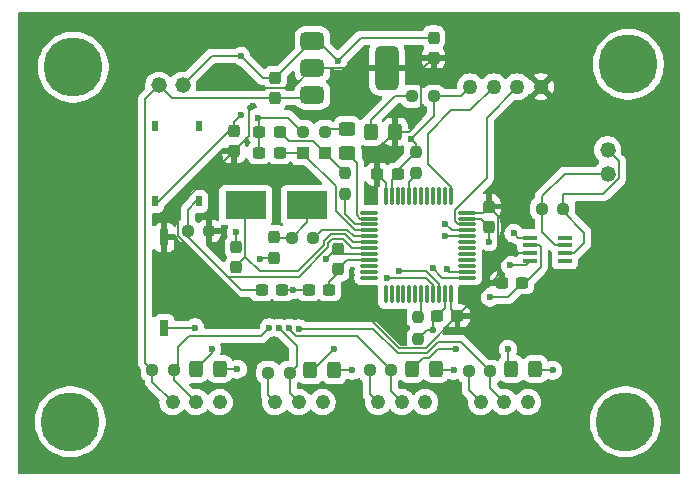
<source format=gbr>
G04 #@! TF.GenerationSoftware,KiCad,Pcbnew,9.0.0*
G04 #@! TF.CreationDate,2025-04-23T00:50:18-04:00*
G04 #@! TF.ProjectId,HallEffectManager,48616c6c-4566-4666-9563-744d616e6167,rev?*
G04 #@! TF.SameCoordinates,Original*
G04 #@! TF.FileFunction,Copper,L1,Top*
G04 #@! TF.FilePolarity,Positive*
%FSLAX46Y46*%
G04 Gerber Fmt 4.6, Leading zero omitted, Abs format (unit mm)*
G04 Created by KiCad (PCBNEW 9.0.0) date 2025-04-23 00:50:18*
%MOMM*%
%LPD*%
G01*
G04 APERTURE LIST*
G04 Aperture macros list*
%AMRoundRect*
0 Rectangle with rounded corners*
0 $1 Rounding radius*
0 $2 $3 $4 $5 $6 $7 $8 $9 X,Y pos of 4 corners*
0 Add a 4 corners polygon primitive as box body*
4,1,4,$2,$3,$4,$5,$6,$7,$8,$9,$2,$3,0*
0 Add four circle primitives for the rounded corners*
1,1,$1+$1,$2,$3*
1,1,$1+$1,$4,$5*
1,1,$1+$1,$6,$7*
1,1,$1+$1,$8,$9*
0 Add four rect primitives between the rounded corners*
20,1,$1+$1,$2,$3,$4,$5,0*
20,1,$1+$1,$4,$5,$6,$7,0*
20,1,$1+$1,$6,$7,$8,$9,0*
20,1,$1+$1,$8,$9,$2,$3,0*%
G04 Aperture macros list end*
G04 #@! TA.AperFunction,SMDPad,CuDef*
%ADD10RoundRect,0.237500X0.250000X0.237500X-0.250000X0.237500X-0.250000X-0.237500X0.250000X-0.237500X0*%
G04 #@! TD*
G04 #@! TA.AperFunction,SMDPad,CuDef*
%ADD11RoundRect,0.237500X0.237500X-0.300000X0.237500X0.300000X-0.237500X0.300000X-0.237500X-0.300000X0*%
G04 #@! TD*
G04 #@! TA.AperFunction,ComponentPad*
%ADD12C,5.000000*%
G04 #@! TD*
G04 #@! TA.AperFunction,ComponentPad*
%ADD13C,1.219200*%
G04 #@! TD*
G04 #@! TA.AperFunction,SMDPad,CuDef*
%ADD14R,0.711200X1.422400*%
G04 #@! TD*
G04 #@! TA.AperFunction,SMDPad,CuDef*
%ADD15RoundRect,0.250000X0.325000X0.450000X-0.325000X0.450000X-0.325000X-0.450000X0.325000X-0.450000X0*%
G04 #@! TD*
G04 #@! TA.AperFunction,ComponentPad*
%ADD16C,1.320800*%
G04 #@! TD*
G04 #@! TA.AperFunction,SMDPad,CuDef*
%ADD17R,0.558800X0.952500*%
G04 #@! TD*
G04 #@! TA.AperFunction,SMDPad,CuDef*
%ADD18RoundRect,0.250000X-0.450000X0.325000X-0.450000X-0.325000X0.450000X-0.325000X0.450000X0.325000X0*%
G04 #@! TD*
G04 #@! TA.AperFunction,SMDPad,CuDef*
%ADD19RoundRect,0.237500X-0.300000X-0.237500X0.300000X-0.237500X0.300000X0.237500X-0.300000X0.237500X0*%
G04 #@! TD*
G04 #@! TA.AperFunction,SMDPad,CuDef*
%ADD20RoundRect,0.237500X-0.250000X-0.237500X0.250000X-0.237500X0.250000X0.237500X-0.250000X0.237500X0*%
G04 #@! TD*
G04 #@! TA.AperFunction,SMDPad,CuDef*
%ADD21RoundRect,0.237500X-0.237500X0.300000X-0.237500X-0.300000X0.237500X-0.300000X0.237500X0.300000X0*%
G04 #@! TD*
G04 #@! TA.AperFunction,SMDPad,CuDef*
%ADD22R,3.500000X2.400000*%
G04 #@! TD*
G04 #@! TA.AperFunction,SMDPad,CuDef*
%ADD23RoundRect,0.250000X-0.325000X-0.450000X0.325000X-0.450000X0.325000X0.450000X-0.325000X0.450000X0*%
G04 #@! TD*
G04 #@! TA.AperFunction,SMDPad,CuDef*
%ADD24RoundRect,0.237500X0.300000X0.237500X-0.300000X0.237500X-0.300000X-0.237500X0.300000X-0.237500X0*%
G04 #@! TD*
G04 #@! TA.AperFunction,SMDPad,CuDef*
%ADD25RoundRect,0.375000X-0.625000X-0.375000X0.625000X-0.375000X0.625000X0.375000X-0.625000X0.375000X0*%
G04 #@! TD*
G04 #@! TA.AperFunction,SMDPad,CuDef*
%ADD26RoundRect,0.500000X-0.500000X-1.400000X0.500000X-1.400000X0.500000X1.400000X-0.500000X1.400000X0*%
G04 #@! TD*
G04 #@! TA.AperFunction,SMDPad,CuDef*
%ADD27R,1.050000X1.100000*%
G04 #@! TD*
G04 #@! TA.AperFunction,SMDPad,CuDef*
%ADD28RoundRect,0.237500X-0.237500X0.250000X-0.237500X-0.250000X0.237500X-0.250000X0.237500X0.250000X0*%
G04 #@! TD*
G04 #@! TA.AperFunction,SMDPad,CuDef*
%ADD29R,1.200000X0.449999*%
G04 #@! TD*
G04 #@! TA.AperFunction,SMDPad,CuDef*
%ADD30RoundRect,0.075000X-0.662500X-0.075000X0.662500X-0.075000X0.662500X0.075000X-0.662500X0.075000X0*%
G04 #@! TD*
G04 #@! TA.AperFunction,SMDPad,CuDef*
%ADD31RoundRect,0.075000X-0.075000X-0.662500X0.075000X-0.662500X0.075000X0.662500X-0.075000X0.662500X0*%
G04 #@! TD*
G04 #@! TA.AperFunction,ComponentPad*
%ADD32C,1.270000*%
G04 #@! TD*
G04 #@! TA.AperFunction,SMDPad,CuDef*
%ADD33RoundRect,0.237500X0.237500X-0.250000X0.237500X0.250000X-0.237500X0.250000X-0.237500X-0.250000X0*%
G04 #@! TD*
G04 #@! TA.AperFunction,ViaPad*
%ADD34C,0.600000*%
G04 #@! TD*
G04 #@! TA.AperFunction,Conductor*
%ADD35C,0.200000*%
G04 #@! TD*
G04 APERTURE END LIST*
D10*
X155312500Y-63200000D03*
X153487500Y-63200000D03*
D11*
X164500000Y-56962500D03*
X164500000Y-55237500D03*
X151100000Y-60362500D03*
X151100000Y-58637500D03*
D12*
X180750000Y-87750000D03*
D11*
X147600000Y-64862500D03*
X147600000Y-63137500D03*
D13*
X142400000Y-86100000D03*
X144400000Y-86100000D03*
X146400001Y-86100000D03*
D14*
X141700000Y-79848100D03*
X141700000Y-72151900D03*
D13*
X159800000Y-86082600D03*
X161800000Y-86082600D03*
X163800001Y-86082600D03*
D12*
X134000000Y-57750000D03*
D13*
X168500000Y-86100000D03*
X170500000Y-86100000D03*
X172500001Y-86100000D03*
D15*
X173125000Y-83300000D03*
X171075000Y-83300000D03*
D16*
X179232600Y-66750000D03*
X179232600Y-64749999D03*
D17*
X144600000Y-62737300D03*
X144600000Y-69100000D03*
X140891600Y-62737300D03*
X140891600Y-69100000D03*
D16*
X143250000Y-59267400D03*
X141249999Y-59267400D03*
D15*
X164725000Y-83300000D03*
X162675000Y-83300000D03*
D18*
X157200000Y-62975000D03*
X157200000Y-65025000D03*
D19*
X159737500Y-66800000D03*
X161462500Y-66800000D03*
D20*
X173660000Y-69720000D03*
X175485000Y-69720000D03*
D21*
X151000000Y-72137500D03*
X151000000Y-73862500D03*
D22*
X148600000Y-69400000D03*
X153800000Y-69400000D03*
D23*
X159200000Y-63200000D03*
X161250000Y-63200000D03*
D24*
X172000000Y-76000000D03*
X170275000Y-76000000D03*
D10*
X145512500Y-71600000D03*
X143687500Y-71600000D03*
D25*
X154250000Y-55500000D03*
X154250000Y-57800000D03*
D26*
X160550000Y-57800000D03*
D25*
X154250000Y-60100000D03*
D11*
X156400000Y-74862500D03*
X156400000Y-73137500D03*
D12*
X181000000Y-57500000D03*
D20*
X159087500Y-83400000D03*
X160912500Y-83400000D03*
D15*
X156100000Y-83400000D03*
X154050000Y-83400000D03*
D20*
X140687500Y-83400000D03*
X142512500Y-83400000D03*
D12*
X133750000Y-87750000D03*
D20*
X150487500Y-83600000D03*
X152312500Y-83600000D03*
D21*
X169200000Y-69537500D03*
X169200000Y-71262500D03*
D27*
X153475000Y-65000000D03*
X155325000Y-65000000D03*
D20*
X152487500Y-72200000D03*
X154312500Y-72200000D03*
D24*
X151462500Y-63200000D03*
X149737500Y-63200000D03*
D28*
X163200000Y-78887500D03*
X163200000Y-80712500D03*
D24*
X151462500Y-65000000D03*
X149737500Y-65000000D03*
D20*
X167487500Y-83500000D03*
X169312500Y-83500000D03*
D19*
X149937500Y-76600000D03*
X151662500Y-76600000D03*
D24*
X166525000Y-78800000D03*
X164800000Y-78800000D03*
D20*
X162687500Y-60200000D03*
X164512500Y-60200000D03*
D13*
X151099999Y-86100000D03*
X153099999Y-86100000D03*
X155100000Y-86100000D03*
D24*
X155662500Y-76600000D03*
X153937500Y-76600000D03*
D29*
X172660000Y-72180000D03*
X172660000Y-72830001D03*
X172660000Y-73480000D03*
X172660000Y-74130001D03*
X175609999Y-74130001D03*
X175609999Y-73480000D03*
X175609999Y-72830001D03*
X175609999Y-72180000D03*
D11*
X147800000Y-74662500D03*
X147800000Y-72937500D03*
D28*
X157000000Y-66687500D03*
X157000000Y-68512500D03*
D30*
X159037500Y-70050000D03*
X159037500Y-70550000D03*
X159037500Y-71050000D03*
X159037500Y-71550000D03*
X159037500Y-72050000D03*
X159037500Y-72550000D03*
X159037500Y-73050000D03*
X159037500Y-73550000D03*
X159037500Y-74050000D03*
X159037500Y-74550000D03*
X159037500Y-75050000D03*
X159037500Y-75550000D03*
D31*
X160450000Y-76962500D03*
X160950000Y-76962500D03*
X161450000Y-76962500D03*
X161950000Y-76962500D03*
X162450000Y-76962500D03*
X162950000Y-76962500D03*
X163450000Y-76962500D03*
X163950000Y-76962500D03*
X164450000Y-76962500D03*
X164950000Y-76962500D03*
X165450000Y-76962500D03*
X165950000Y-76962500D03*
D30*
X167362500Y-75550000D03*
X167362500Y-75050000D03*
X167362500Y-74550000D03*
X167362500Y-74050000D03*
X167362500Y-73550000D03*
X167362500Y-73050000D03*
X167362500Y-72550000D03*
X167362500Y-72050000D03*
X167362500Y-71550000D03*
X167362500Y-71050000D03*
X167362500Y-70550000D03*
X167362500Y-70050000D03*
D31*
X165950000Y-68637500D03*
X165450000Y-68637500D03*
X164950000Y-68637500D03*
X164450000Y-68637500D03*
X163950000Y-68637500D03*
X163450000Y-68637500D03*
X162950000Y-68637500D03*
X162450000Y-68637500D03*
X161950000Y-68637500D03*
X161450000Y-68637500D03*
X160950000Y-68637500D03*
X160450000Y-68637500D03*
D15*
X146400000Y-83300000D03*
X144350000Y-83300000D03*
D32*
X173600000Y-59400000D03*
X171600001Y-59400000D03*
X169600000Y-59400000D03*
X167600002Y-59400000D03*
D33*
X163000000Y-66712500D03*
X163000000Y-64887500D03*
D34*
X149250000Y-61000000D03*
X149250000Y-59500000D03*
X152600000Y-76600000D03*
X169200000Y-72500000D03*
X162600000Y-63800000D03*
X148200000Y-56800000D03*
X169300000Y-77200000D03*
X147800000Y-71700000D03*
X148200000Y-61800000D03*
X149800000Y-74000000D03*
X149600000Y-62000000D03*
X156400000Y-57200000D03*
X155407815Y-74007815D03*
X164488235Y-79988235D03*
X147900000Y-83300000D03*
X145700000Y-81600000D03*
X156100000Y-81600000D03*
X144300000Y-79800000D03*
X166400000Y-81600000D03*
X170800000Y-81600000D03*
X157600000Y-83400000D03*
X165500000Y-71000000D03*
X171300000Y-71800000D03*
X171000000Y-74500000D03*
X165500000Y-72000000D03*
X166200000Y-83400000D03*
X174600000Y-83400000D03*
X150600000Y-79800000D03*
X160600000Y-75600000D03*
X161600000Y-75000000D03*
X151424266Y-79824263D03*
X164437227Y-74762773D03*
X152265020Y-79832039D03*
X153072794Y-79872794D03*
X165600000Y-74800000D03*
D35*
X172660000Y-73480000D02*
X170996000Y-73480000D01*
X167362500Y-70050000D02*
X168687500Y-70050000D01*
X165950000Y-78225000D02*
X166525000Y-78800000D01*
X152574000Y-59476000D02*
X154250000Y-57800000D01*
X163700000Y-57762500D02*
X163600000Y-57862500D01*
X148899000Y-63563500D02*
X148899000Y-61351000D01*
X168687500Y-70050000D02*
X169200000Y-69537500D01*
X148899000Y-61351000D02*
X149250000Y-61000000D01*
X163500000Y-57862500D02*
X163700000Y-57862500D01*
X159650000Y-58500000D02*
X161362500Y-58500000D01*
X145631250Y-66831250D02*
X145512500Y-66950000D01*
X162400000Y-63200000D02*
X163476000Y-62124000D01*
X170000000Y-76000000D02*
X169662500Y-75662500D01*
X161937500Y-57800000D02*
X160550000Y-57800000D01*
X163700000Y-57762500D02*
X163700000Y-57862500D01*
X169662500Y-75662500D02*
X166525000Y-78800000D01*
X163700000Y-57862500D02*
X164600000Y-57862500D01*
X169976000Y-74500000D02*
X169976000Y-75349000D01*
X160450000Y-67512500D02*
X159737500Y-66800000D01*
X159737500Y-64712500D02*
X161250000Y-63200000D01*
X163476000Y-62124000D02*
X163476000Y-59338500D01*
X172062500Y-57862500D02*
X164600000Y-57862500D01*
X154250000Y-57800000D02*
X160550000Y-57800000D01*
X147600000Y-64862500D02*
X145631250Y-66831250D01*
X145512500Y-66950000D02*
X145512500Y-71600000D01*
X163824000Y-81501000D02*
X161600000Y-81501000D01*
X163600000Y-57862500D02*
X163500000Y-57862500D01*
X170996000Y-73480000D02*
X169976000Y-74500000D01*
X162000000Y-57862500D02*
X161937500Y-57800000D01*
X160450000Y-68637500D02*
X160450000Y-67512500D01*
X166525000Y-78800000D02*
X163824000Y-81501000D01*
X142899000Y-69563500D02*
X145631250Y-66831250D01*
X164662500Y-57862500D02*
X164600000Y-57862500D01*
X158983067Y-78884067D02*
X161600000Y-81501000D01*
X162400000Y-63200000D02*
X161250000Y-63200000D01*
X163476000Y-59338500D02*
X162000000Y-57862500D01*
X163700000Y-57762500D02*
X164500000Y-56962500D01*
X147600000Y-64862500D02*
X148899000Y-63563500D01*
X149274000Y-59476000D02*
X149250000Y-59500000D01*
X142899000Y-72067134D02*
X142899000Y-69563500D01*
X162000000Y-57862500D02*
X163500000Y-57862500D01*
X173600000Y-59400000D02*
X172062500Y-57862500D01*
X169976000Y-70313500D02*
X169976000Y-74500000D01*
X165950000Y-76962500D02*
X165950000Y-78225000D01*
X149715933Y-78884067D02*
X142899000Y-72067134D01*
X169200000Y-69537500D02*
X169976000Y-70313500D01*
X159737500Y-66800000D02*
X159737500Y-64712500D01*
X152574000Y-59476000D02*
X149274000Y-59476000D01*
X149715933Y-78884067D02*
X158983067Y-78884067D01*
X169976000Y-75349000D02*
X169662500Y-75662500D01*
X170275000Y-76000000D02*
X170000000Y-76000000D01*
X159037500Y-73550000D02*
X156812500Y-73550000D01*
X172000000Y-76000000D02*
X172217000Y-76000000D01*
X164488235Y-79111765D02*
X164488235Y-79988235D01*
X161462500Y-66425000D02*
X163000000Y-64887500D01*
X156400000Y-73137500D02*
X156278130Y-73137500D01*
X163924265Y-79988235D02*
X163200000Y-80712500D01*
X149600000Y-62000000D02*
X152200000Y-62000000D01*
X163000000Y-64200000D02*
X162600000Y-63800000D01*
X147189650Y-63137500D02*
X141145800Y-69181350D01*
X147600000Y-62400000D02*
X148200000Y-61800000D01*
X164488235Y-79988235D02*
X163924265Y-79988235D01*
X160950000Y-68637500D02*
X160950000Y-67312500D01*
X153487500Y-63200000D02*
X153400000Y-63200000D01*
X165450000Y-78150000D02*
X165450000Y-76962500D01*
X147237500Y-63500000D02*
X147600000Y-63137500D01*
X164488235Y-79111765D02*
X165450000Y-78150000D01*
X158362500Y-55237500D02*
X156400000Y-57200000D01*
X150037500Y-58637500D02*
X151100000Y-58637500D01*
X173561000Y-72954001D02*
X173437000Y-72830001D01*
X152200000Y-62000000D02*
X153400000Y-63200000D01*
X164512500Y-60200000D02*
X164512500Y-61887500D01*
X170800000Y-77200000D02*
X169300000Y-77200000D01*
X147600000Y-63137500D02*
X147189650Y-63137500D01*
X173561000Y-74656000D02*
X173561000Y-72954001D01*
X172000000Y-76000000D02*
X170800000Y-77200000D01*
X149737500Y-63200000D02*
X149400000Y-63200000D01*
X163000000Y-64887500D02*
X163000000Y-64200000D01*
X156278130Y-73137500D02*
X155407815Y-74007815D01*
X147600000Y-63137500D02*
X147600000Y-62400000D01*
X151112500Y-58637500D02*
X154250000Y-55500000D01*
X160950000Y-67312500D02*
X161462500Y-66800000D01*
X164712500Y-78887500D02*
X164488235Y-79111765D01*
X149737500Y-65000000D02*
X149737500Y-63200000D01*
X151000000Y-73862500D02*
X149937500Y-73862500D01*
X161462500Y-66800000D02*
X161462500Y-66425000D01*
X149737500Y-62137500D02*
X149600000Y-62000000D01*
X164500000Y-55237500D02*
X158362500Y-55237500D01*
X149400000Y-63200000D02*
X149337500Y-63137500D01*
X149737500Y-63200000D02*
X149737500Y-62137500D01*
X152600000Y-76600000D02*
X151662500Y-76600000D01*
X153937500Y-76600000D02*
X152600000Y-76600000D01*
X143250000Y-59267400D02*
X145717400Y-56800000D01*
X166800002Y-60200000D02*
X164512500Y-60200000D01*
X167600002Y-59400000D02*
X166800002Y-60200000D01*
X172217000Y-76000000D02*
X173561000Y-74656000D01*
X148200000Y-56800000D02*
X150037500Y-58637500D01*
X154250000Y-55500000D02*
X154700000Y-55500000D01*
X156812500Y-73550000D02*
X156400000Y-73137500D01*
X145717400Y-56800000D02*
X148200000Y-56800000D01*
X156600000Y-73137500D02*
X156462500Y-73137500D01*
X168487500Y-70550000D02*
X167362500Y-70550000D01*
X147800000Y-71700000D02*
X147800000Y-72937500D01*
X154700000Y-55500000D02*
X156400000Y-57200000D01*
X173437000Y-72830001D02*
X172660000Y-72830001D01*
X149937500Y-73862500D02*
X149800000Y-74000000D01*
X169200000Y-71262500D02*
X168487500Y-70550000D01*
X164512500Y-61887500D02*
X162600000Y-63800000D01*
X151100000Y-58637500D02*
X151112500Y-58637500D01*
X143595099Y-59604901D02*
X143400000Y-59800000D01*
X169200000Y-72500000D02*
X169200000Y-71262500D01*
X151100000Y-60362500D02*
X153987500Y-60362500D01*
X140687500Y-83400000D02*
X140687500Y-84387500D01*
X150487500Y-83600000D02*
X150487500Y-85487501D01*
X141249999Y-59267400D02*
X140100000Y-60417399D01*
X153987500Y-60362500D02*
X154250000Y-60100000D01*
X159800000Y-86082600D02*
X159087500Y-85370100D01*
X167487500Y-85087500D02*
X168500000Y-86100000D01*
X159087500Y-85370100D02*
X159087500Y-83400000D01*
X151100000Y-60362500D02*
X142345099Y-60362500D01*
X140100000Y-60417399D02*
X140100000Y-81900000D01*
X150487500Y-85487501D02*
X151099999Y-86100000D01*
X142345099Y-60362500D02*
X141249999Y-59267400D01*
X140100000Y-81900000D02*
X140100000Y-82812500D01*
X140100000Y-82812500D02*
X140687500Y-83400000D01*
X140687500Y-84387500D02*
X142400000Y-86100000D01*
X167487500Y-83500000D02*
X167487500Y-85087500D01*
X157212500Y-74050000D02*
X159037500Y-74050000D01*
X156400000Y-74862500D02*
X156400000Y-75200000D01*
X155662500Y-75937500D02*
X155662500Y-76600000D01*
X156400000Y-75200000D02*
X155662500Y-75937500D01*
X156400000Y-74862500D02*
X157212500Y-74050000D01*
X144600000Y-69100000D02*
X144400000Y-69100000D01*
X157618134Y-73050000D02*
X156867134Y-72299000D01*
X155600000Y-72631866D02*
X155600000Y-72967100D01*
X156867134Y-72299000D02*
X155932866Y-72299000D01*
X159037500Y-73050000D02*
X157618134Y-73050000D01*
X143687500Y-69812500D02*
X143687500Y-71600000D01*
X147113500Y-75501000D02*
X143687500Y-72075000D01*
X153066100Y-75501000D02*
X147113500Y-75501000D01*
X155600000Y-72967100D02*
X153066100Y-75501000D01*
X148212500Y-76600000D02*
X149937500Y-76600000D01*
X144400000Y-69100000D02*
X143687500Y-69812500D01*
X147113500Y-75501000D02*
X148212500Y-76600000D01*
X155932866Y-72299000D02*
X155600000Y-72631866D01*
X143687500Y-72075000D02*
X143687500Y-71600000D01*
X157033234Y-71898000D02*
X155766766Y-71898000D01*
X148576000Y-73776000D02*
X149800000Y-75000000D01*
X159037500Y-72550000D02*
X157685234Y-72550000D01*
X153000000Y-75000000D02*
X155024000Y-72976000D01*
X148600000Y-69400000D02*
X148576000Y-69424000D01*
X155024000Y-72976000D02*
X155199000Y-72801000D01*
X155199000Y-72801000D02*
X155199000Y-72465766D01*
X148600000Y-69400000D02*
X148600000Y-69568134D01*
X155766766Y-71898000D02*
X155732383Y-71932383D01*
X155199000Y-72465766D02*
X155732383Y-71932383D01*
X147800000Y-74552000D02*
X148576000Y-73776000D01*
X149800000Y-75000000D02*
X153000000Y-75000000D01*
X147800000Y-74662500D02*
X147800000Y-74552000D01*
X157685234Y-72550000D02*
X157033234Y-71898000D01*
X148576000Y-69424000D02*
X148576000Y-73776000D01*
X151062500Y-72200000D02*
X151000000Y-72137500D01*
X153800000Y-70887500D02*
X152487500Y-72200000D01*
X153800000Y-69400000D02*
X153800000Y-70887500D01*
X152487500Y-72200000D02*
X151062500Y-72200000D01*
X153475000Y-65000000D02*
X151462500Y-65000000D01*
X157819434Y-71550000D02*
X159037500Y-71550000D01*
X156224000Y-67824000D02*
X156224000Y-69954566D01*
X153475000Y-65075000D02*
X156224000Y-67824000D01*
X153475000Y-65000000D02*
X153475000Y-65075000D01*
X156224000Y-69954566D02*
X157819434Y-71550000D01*
X152238500Y-63976000D02*
X154301000Y-63976000D01*
X157000000Y-66687500D02*
X157000000Y-66675000D01*
X154301000Y-63976000D02*
X155325000Y-65000000D01*
X157000000Y-66675000D02*
X155325000Y-65000000D01*
X151462500Y-63200000D02*
X152238500Y-63976000D01*
X159200000Y-63200000D02*
X159200000Y-62200000D01*
X161200000Y-60200000D02*
X162687500Y-60200000D01*
X159200000Y-62200000D02*
X161200000Y-60200000D01*
X157200000Y-62975000D02*
X155537500Y-62975000D01*
X155537500Y-62975000D02*
X155312500Y-63200000D01*
X159037500Y-70550000D02*
X158266176Y-70550000D01*
X158000000Y-70283824D02*
X158000000Y-65825000D01*
X158000000Y-65825000D02*
X157200000Y-65025000D01*
X158266176Y-70550000D02*
X158000000Y-70283824D01*
X169600000Y-59400000D02*
X167600000Y-61400000D01*
X163999000Y-65915176D02*
X165950000Y-67866176D01*
X163999000Y-63388315D02*
X163999000Y-65915176D01*
X165987315Y-61400000D02*
X163999000Y-63388315D01*
X167600000Y-61400000D02*
X165987315Y-61400000D01*
X165950000Y-67866176D02*
X165950000Y-68637500D01*
X166324000Y-70782824D02*
X166324000Y-69817176D01*
X169000000Y-67141176D02*
X169000000Y-62000001D01*
X169000000Y-62000001D02*
X171600001Y-59400000D01*
X166591176Y-71050000D02*
X166324000Y-70782824D01*
X166324000Y-69817176D02*
X169000000Y-67141176D01*
X167362500Y-71050000D02*
X166591176Y-71050000D01*
X157199334Y-71497000D02*
X155015500Y-71497000D01*
X159037500Y-72050000D02*
X157752334Y-72050000D01*
X157752334Y-72050000D02*
X157199334Y-71497000D01*
X155015500Y-71497000D02*
X154312500Y-72200000D01*
X157886534Y-71050000D02*
X157000000Y-70163466D01*
X157000000Y-70163466D02*
X157000000Y-68512500D01*
X159037500Y-71050000D02*
X157886534Y-71050000D01*
X162450000Y-68637500D02*
X162450000Y-67462500D01*
X162450000Y-67462500D02*
X163200000Y-66712500D01*
X163450000Y-78637500D02*
X163450000Y-76962500D01*
X163200000Y-78887500D02*
X163450000Y-78637500D01*
X147900000Y-83300000D02*
X146400000Y-83300000D01*
X166400000Y-81600000D02*
X164863840Y-81600000D01*
X145700000Y-81950000D02*
X144350000Y-83300000D01*
X164863840Y-81600000D02*
X164349370Y-82114470D01*
X170800000Y-81600000D02*
X170800000Y-83025000D01*
X164263840Y-82200000D02*
X164114470Y-82349370D01*
X164114470Y-82349370D02*
X164063840Y-82400000D01*
X154300000Y-83400000D02*
X154050000Y-83400000D01*
X145700000Y-81600000D02*
X145700000Y-81950000D01*
X163575000Y-82400000D02*
X162675000Y-83300000D01*
X164063840Y-82400000D02*
X163575000Y-82400000D01*
X164349370Y-82114470D02*
X164263840Y-82200000D01*
X141748100Y-79800000D02*
X144300000Y-79800000D01*
X141700000Y-79848100D02*
X141748100Y-79800000D01*
X156100000Y-81600000D02*
X154300000Y-83400000D01*
X170800000Y-83025000D02*
X171075000Y-83300000D01*
X157600000Y-83400000D02*
X156100000Y-83400000D01*
X171680000Y-72180000D02*
X171300000Y-71800000D01*
X172660000Y-72180000D02*
X171680000Y-72180000D01*
X171300000Y-71800000D02*
X171499998Y-71800000D01*
X165500000Y-71000000D02*
X166050000Y-71550000D01*
X166050000Y-71550000D02*
X167362500Y-71550000D01*
X165500000Y-72000000D02*
X167312500Y-72000000D01*
X171000000Y-74500000D02*
X172290001Y-74500000D01*
X172290001Y-74500000D02*
X172660000Y-74130001D01*
X167312500Y-72000000D02*
X167362500Y-72050000D01*
X166200000Y-83400000D02*
X164825000Y-83400000D01*
X164825000Y-83400000D02*
X164725000Y-83300000D01*
X173660000Y-68677401D02*
X175587401Y-66750000D01*
X174809999Y-72830001D02*
X175609999Y-72830001D01*
X173660000Y-68677401D02*
X173660000Y-69720000D01*
X173660000Y-69720000D02*
X173660000Y-71680002D01*
X173660000Y-71680002D02*
X174809999Y-72830001D01*
X175587401Y-66750000D02*
X179232600Y-66750000D01*
X178839825Y-68502400D02*
X180194000Y-67148225D01*
X175485000Y-69955000D02*
X177270000Y-71740000D01*
X175485000Y-68502400D02*
X178839825Y-68502400D01*
X175485000Y-69720000D02*
X175485000Y-69955000D01*
X180194000Y-67148225D02*
X180194000Y-65711399D01*
X180194000Y-65711399D02*
X179232600Y-64749999D01*
X177270000Y-72619999D02*
X176409999Y-73480000D01*
X176409999Y-73480000D02*
X175609999Y-73480000D01*
X175485000Y-68502400D02*
X175485000Y-69720000D01*
X177270000Y-71740000D02*
X177270000Y-72619999D01*
X173225000Y-83400000D02*
X173125000Y-83300000D01*
X174600000Y-83400000D02*
X173225000Y-83400000D01*
X164450000Y-76962500D02*
X164450000Y-76191176D01*
X142512500Y-84212500D02*
X144400000Y-86100000D01*
X164450000Y-76191176D02*
X163858824Y-75600000D01*
X142512500Y-83400000D02*
X142900000Y-83012500D01*
X143800000Y-80500000D02*
X149900000Y-80500000D01*
X142900000Y-81400000D02*
X143800000Y-80500000D01*
X149900000Y-80500000D02*
X150600000Y-79800000D01*
X142900000Y-83012500D02*
X142900000Y-81400000D01*
X163858824Y-75600000D02*
X160600000Y-75600000D01*
X142512500Y-83400000D02*
X142512500Y-84212500D01*
X151664020Y-80064017D02*
X151664020Y-80080982D01*
X152312500Y-83600000D02*
X152312500Y-85312501D01*
X152900000Y-81316962D02*
X152900000Y-83012500D01*
X152900000Y-83012500D02*
X152312500Y-83600000D01*
X151424266Y-79824263D02*
X151664020Y-80064017D01*
X164950000Y-76124076D02*
X163825924Y-75000000D01*
X164950000Y-76962500D02*
X164950000Y-76124076D01*
X163825924Y-75000000D02*
X161600000Y-75000000D01*
X152312500Y-85312501D02*
X153099999Y-86100000D01*
X151664020Y-80080982D02*
X152900000Y-81316962D01*
X167362500Y-75550000D02*
X165224454Y-75550000D01*
X152823851Y-80473794D02*
X157986294Y-80473794D01*
X161800000Y-86082600D02*
X160912500Y-85195100D01*
X152265020Y-79832039D02*
X152265020Y-79914963D01*
X152265020Y-79914963D02*
X152823851Y-80473794D01*
X157986294Y-80473794D02*
X160912500Y-83400000D01*
X160912500Y-85195100D02*
X160912500Y-83400000D01*
X165224454Y-75550000D02*
X164437227Y-74762773D01*
X161480270Y-81948370D02*
X163948370Y-81948370D01*
X167362500Y-75050000D02*
X165850000Y-75050000D01*
X170500000Y-86100000D02*
X169312500Y-84912500D01*
X169312500Y-84912500D02*
X169312500Y-83500000D01*
X159404694Y-79872794D02*
X161480270Y-81948370D01*
X166811500Y-80999000D02*
X169312500Y-83500000D01*
X165850000Y-75050000D02*
X165600000Y-74800000D01*
X163948370Y-81948370D02*
X164897740Y-80999000D01*
X153072794Y-79872794D02*
X159404694Y-79872794D01*
X164897740Y-80999000D02*
X166811500Y-80999000D01*
G04 #@! TA.AperFunction,Conductor*
G36*
X147543039Y-64632185D02*
G01*
X147588794Y-64684989D01*
X147600000Y-64736500D01*
X147600000Y-64862500D01*
X147726000Y-64862500D01*
X147793039Y-64882185D01*
X147838794Y-64934989D01*
X147850000Y-64986500D01*
X147850000Y-65899999D01*
X147886640Y-65899999D01*
X147886654Y-65899998D01*
X147987652Y-65889680D01*
X148151300Y-65835453D01*
X148151311Y-65835448D01*
X148298034Y-65744947D01*
X148298038Y-65744944D01*
X148419944Y-65623038D01*
X148419947Y-65623034D01*
X148510446Y-65476314D01*
X148512240Y-65472467D01*
X148514176Y-65470267D01*
X148514245Y-65470156D01*
X148514264Y-65470167D01*
X148558407Y-65420023D01*
X148625599Y-65400864D01*
X148692482Y-65421073D01*
X148737822Y-65474233D01*
X148742333Y-65485854D01*
X148764092Y-65551516D01*
X148854660Y-65698350D01*
X148976650Y-65820340D01*
X149123484Y-65910908D01*
X149287247Y-65965174D01*
X149388323Y-65975500D01*
X150086676Y-65975499D01*
X150086684Y-65975498D01*
X150086687Y-65975498D01*
X150142030Y-65969844D01*
X150187753Y-65965174D01*
X150351516Y-65910908D01*
X150498350Y-65820340D01*
X150512319Y-65806371D01*
X150573642Y-65772886D01*
X150643334Y-65777870D01*
X150687681Y-65806371D01*
X150701650Y-65820340D01*
X150848484Y-65910908D01*
X151012247Y-65965174D01*
X151113323Y-65975500D01*
X151811676Y-65975499D01*
X151811684Y-65975498D01*
X151811687Y-65975498D01*
X151867030Y-65969844D01*
X151912753Y-65965174D01*
X152076516Y-65910908D01*
X152223350Y-65820340D01*
X152300541Y-65743148D01*
X152361860Y-65709666D01*
X152431552Y-65714650D01*
X152487486Y-65756521D01*
X152504400Y-65787496D01*
X152506202Y-65792327D01*
X152506206Y-65792335D01*
X152592452Y-65907544D01*
X152592455Y-65907547D01*
X152707664Y-65993793D01*
X152707671Y-65993797D01*
X152752618Y-66010561D01*
X152842517Y-66044091D01*
X152902127Y-66050500D01*
X153549902Y-66050499D01*
X153616941Y-66070183D01*
X153637583Y-66086818D01*
X155038584Y-67487819D01*
X155072069Y-67549142D01*
X155067085Y-67618834D01*
X155025213Y-67674767D01*
X154959749Y-67699184D01*
X154950903Y-67699500D01*
X152002129Y-67699500D01*
X152002123Y-67699501D01*
X151942516Y-67705908D01*
X151807671Y-67756202D01*
X151807664Y-67756206D01*
X151692455Y-67842452D01*
X151692452Y-67842455D01*
X151606206Y-67957664D01*
X151606202Y-67957671D01*
X151555908Y-68092517D01*
X151551869Y-68130091D01*
X151549501Y-68152123D01*
X151549500Y-68152135D01*
X151549500Y-70647870D01*
X151549501Y-70647876D01*
X151555908Y-70707483D01*
X151606202Y-70842328D01*
X151606206Y-70842335D01*
X151692452Y-70957544D01*
X151692453Y-70957545D01*
X151712826Y-70972797D01*
X151754696Y-71028731D01*
X151759679Y-71098423D01*
X151726192Y-71159745D01*
X151664868Y-71193229D01*
X151595177Y-71188243D01*
X151573419Y-71177602D01*
X151558277Y-71168262D01*
X151551520Y-71164094D01*
X151551517Y-71164092D01*
X151551516Y-71164092D01*
X151387753Y-71109826D01*
X151387751Y-71109825D01*
X151286684Y-71099500D01*
X150849000Y-71099500D01*
X150781961Y-71079815D01*
X150736206Y-71027011D01*
X150726262Y-70957853D01*
X150749733Y-70901191D01*
X150793796Y-70842331D01*
X150844091Y-70707483D01*
X150850500Y-70647873D01*
X150850499Y-68152128D01*
X150844091Y-68092517D01*
X150793796Y-67957669D01*
X150793795Y-67957668D01*
X150793793Y-67957664D01*
X150707547Y-67842455D01*
X150707544Y-67842452D01*
X150592335Y-67756206D01*
X150592328Y-67756202D01*
X150457482Y-67705908D01*
X150457483Y-67705908D01*
X150397883Y-67699501D01*
X150397881Y-67699500D01*
X150397873Y-67699500D01*
X150397864Y-67699500D01*
X146802129Y-67699500D01*
X146802123Y-67699501D01*
X146742516Y-67705908D01*
X146607671Y-67756202D01*
X146607664Y-67756206D01*
X146492455Y-67842452D01*
X146492452Y-67842455D01*
X146406206Y-67957664D01*
X146406202Y-67957671D01*
X146355908Y-68092517D01*
X146351869Y-68130091D01*
X146349501Y-68152123D01*
X146349500Y-68152135D01*
X146349500Y-70635883D01*
X146329815Y-70702922D01*
X146277011Y-70748677D01*
X146207853Y-70758621D01*
X146160402Y-70741421D01*
X146076307Y-70689549D01*
X146076300Y-70689546D01*
X145912652Y-70635319D01*
X145811654Y-70625000D01*
X145762500Y-70625000D01*
X145762500Y-71350000D01*
X146499999Y-71350000D01*
X146499999Y-71313360D01*
X146499998Y-71313345D01*
X146489680Y-71212343D01*
X146488264Y-71205726D01*
X146490351Y-71205279D01*
X146488294Y-71145598D01*
X146524021Y-71085554D01*
X146586540Y-71054357D01*
X146651735Y-71060231D01*
X146742517Y-71094091D01*
X146802127Y-71100500D01*
X147005831Y-71100499D01*
X147072870Y-71120183D01*
X147118625Y-71172987D01*
X147128569Y-71242145D01*
X147108935Y-71293387D01*
X147090610Y-71320813D01*
X147090602Y-71320827D01*
X147030264Y-71466498D01*
X147030261Y-71466510D01*
X146999500Y-71621153D01*
X146999500Y-71778846D01*
X147030261Y-71933489D01*
X147030264Y-71933501D01*
X147054952Y-71993103D01*
X147062421Y-72062572D01*
X147031145Y-72125051D01*
X147028074Y-72128235D01*
X146979659Y-72176650D01*
X146889093Y-72323481D01*
X146889092Y-72323484D01*
X146834826Y-72487247D01*
X146834826Y-72487248D01*
X146834825Y-72487248D01*
X146824500Y-72588315D01*
X146824500Y-73286669D01*
X146824501Y-73286687D01*
X146834825Y-73387752D01*
X146865394Y-73480001D01*
X146887746Y-73547455D01*
X146889092Y-73551515D01*
X146889093Y-73551518D01*
X146923395Y-73607129D01*
X146975196Y-73691113D01*
X146979661Y-73698351D01*
X146993629Y-73712319D01*
X147027114Y-73773642D01*
X147022130Y-73843334D01*
X146993629Y-73887681D01*
X146979661Y-73901648D01*
X146889093Y-74048481D01*
X146889092Y-74048484D01*
X146858441Y-74140984D01*
X146858028Y-74142229D01*
X146818255Y-74199673D01*
X146753739Y-74226496D01*
X146684963Y-74214181D01*
X146652641Y-74190905D01*
X145951447Y-73489711D01*
X145237297Y-72775562D01*
X145203813Y-72714240D01*
X145208797Y-72644548D01*
X145237298Y-72600201D01*
X145262500Y-72574999D01*
X145762500Y-72574999D01*
X145811640Y-72574999D01*
X145811654Y-72574998D01*
X145912652Y-72564680D01*
X146076300Y-72510453D01*
X146076311Y-72510448D01*
X146223034Y-72419947D01*
X146223038Y-72419944D01*
X146344944Y-72298038D01*
X146344947Y-72298034D01*
X146435448Y-72151311D01*
X146435453Y-72151300D01*
X146489680Y-71987652D01*
X146499999Y-71886654D01*
X146500000Y-71886641D01*
X146500000Y-71850000D01*
X145762500Y-71850000D01*
X145762500Y-72574999D01*
X145262500Y-72574999D01*
X145262500Y-70625000D01*
X145262499Y-70624999D01*
X145213361Y-70625000D01*
X145213343Y-70625001D01*
X145112347Y-70635319D01*
X144948699Y-70689546D01*
X144948688Y-70689551D01*
X144801965Y-70780052D01*
X144688034Y-70893983D01*
X144683906Y-70896236D01*
X144681356Y-70900187D01*
X144653533Y-70912821D01*
X144626711Y-70927467D01*
X144622020Y-70927131D01*
X144617738Y-70929076D01*
X144587503Y-70924663D01*
X144557019Y-70922483D01*
X144551962Y-70919475D01*
X144548601Y-70918985D01*
X144533680Y-70908601D01*
X144518951Y-70899841D01*
X144515714Y-70897024D01*
X144398350Y-70779660D01*
X144338260Y-70742596D01*
X144330598Y-70735928D01*
X144317025Y-70714708D01*
X144300178Y-70695978D01*
X144297496Y-70684178D01*
X144292949Y-70677069D01*
X144292976Y-70664286D01*
X144288000Y-70642388D01*
X144288000Y-70200749D01*
X144307685Y-70133710D01*
X144360489Y-70087955D01*
X144412000Y-70076749D01*
X144927271Y-70076749D01*
X144927272Y-70076749D01*
X144986883Y-70070341D01*
X145121731Y-70020046D01*
X145236946Y-69933796D01*
X145323196Y-69818581D01*
X145373491Y-69683733D01*
X145379900Y-69624123D01*
X145379899Y-68575878D01*
X145373491Y-68516267D01*
X145371310Y-68510420D01*
X145323197Y-68381421D01*
X145323193Y-68381414D01*
X145236947Y-68266205D01*
X145236944Y-68266202D01*
X145121735Y-68179956D01*
X145121728Y-68179952D01*
X144986886Y-68129660D01*
X144986885Y-68129659D01*
X144986883Y-68129659D01*
X144927273Y-68123250D01*
X144927263Y-68123250D01*
X144272729Y-68123250D01*
X144272723Y-68123251D01*
X144213116Y-68129658D01*
X144078271Y-68179952D01*
X144078264Y-68179956D01*
X143963055Y-68266202D01*
X143963052Y-68266205D01*
X143876806Y-68381414D01*
X143876802Y-68381421D01*
X143826508Y-68516267D01*
X143820101Y-68575866D01*
X143820101Y-68575873D01*
X143820100Y-68575885D01*
X143820100Y-68779302D01*
X143800415Y-68846341D01*
X143783781Y-68866983D01*
X143206981Y-69443782D01*
X143206980Y-69443784D01*
X143172759Y-69503057D01*
X143127923Y-69580715D01*
X143086999Y-69733443D01*
X143086999Y-69733445D01*
X143086999Y-69901546D01*
X143087000Y-69901559D01*
X143087000Y-70642388D01*
X143067315Y-70709427D01*
X143028098Y-70747926D01*
X142976650Y-70779659D01*
X142854661Y-70901648D01*
X142764093Y-71048481D01*
X142764091Y-71048486D01*
X142722766Y-71173197D01*
X142682993Y-71230642D01*
X142618477Y-71257465D01*
X142549701Y-71245150D01*
X142505907Y-71204484D01*
X142504269Y-71205711D01*
X142412790Y-71083512D01*
X142412787Y-71083509D01*
X142297693Y-70997349D01*
X142297686Y-70997345D01*
X142162979Y-70947103D01*
X142162972Y-70947101D01*
X142103444Y-70940700D01*
X141950000Y-70940700D01*
X141950000Y-71901900D01*
X142591836Y-71901900D01*
X142658875Y-71921585D01*
X142704630Y-71974389D01*
X142709542Y-71986896D01*
X142709826Y-71987753D01*
X142764092Y-72151516D01*
X142854660Y-72298350D01*
X142976650Y-72420340D01*
X143123484Y-72510908D01*
X143287247Y-72565174D01*
X143289231Y-72565376D01*
X143290375Y-72565843D01*
X143293872Y-72566592D01*
X143293738Y-72567215D01*
X143353924Y-72591767D01*
X143364318Y-72601054D01*
X146751849Y-75988585D01*
X146751854Y-75988589D01*
X147843784Y-77080520D01*
X147843786Y-77080521D01*
X147843790Y-77080524D01*
X147966754Y-77151516D01*
X147980716Y-77159577D01*
X148133443Y-77200501D01*
X148133445Y-77200501D01*
X148299154Y-77200501D01*
X148299170Y-77200500D01*
X148925099Y-77200500D01*
X148992138Y-77220185D01*
X149030638Y-77259404D01*
X149054660Y-77298350D01*
X149176650Y-77420340D01*
X149323484Y-77510908D01*
X149487247Y-77565174D01*
X149588323Y-77575500D01*
X150286676Y-77575499D01*
X150286684Y-77575498D01*
X150286687Y-77575498D01*
X150353108Y-77568713D01*
X150387753Y-77565174D01*
X150551516Y-77510908D01*
X150698350Y-77420340D01*
X150712319Y-77406371D01*
X150773642Y-77372886D01*
X150843334Y-77377870D01*
X150887681Y-77406371D01*
X150901650Y-77420340D01*
X151048484Y-77510908D01*
X151212247Y-77565174D01*
X151313323Y-77575500D01*
X152011676Y-77575499D01*
X152011684Y-77575498D01*
X152011687Y-77575498D01*
X152078108Y-77568713D01*
X152112753Y-77565174D01*
X152276516Y-77510908D01*
X152423350Y-77420340D01*
X152423351Y-77420338D01*
X152429497Y-77416548D01*
X152431148Y-77419225D01*
X152482867Y-77398333D01*
X152515091Y-77399914D01*
X152515093Y-77399903D01*
X152515328Y-77399926D01*
X152519237Y-77400118D01*
X152521157Y-77400500D01*
X152521158Y-77400500D01*
X152678844Y-77400500D01*
X152678845Y-77400499D01*
X152833497Y-77369737D01*
X152963815Y-77315757D01*
X153033284Y-77308289D01*
X153095763Y-77339564D01*
X153098948Y-77342638D01*
X153176650Y-77420340D01*
X153323484Y-77510908D01*
X153487247Y-77565174D01*
X153588323Y-77575500D01*
X154286676Y-77575499D01*
X154286684Y-77575498D01*
X154286687Y-77575498D01*
X154353108Y-77568713D01*
X154387753Y-77565174D01*
X154551516Y-77510908D01*
X154698350Y-77420340D01*
X154712319Y-77406371D01*
X154773642Y-77372886D01*
X154843334Y-77377870D01*
X154887681Y-77406371D01*
X154901650Y-77420340D01*
X155048484Y-77510908D01*
X155212247Y-77565174D01*
X155313323Y-77575500D01*
X156011676Y-77575499D01*
X156011684Y-77575498D01*
X156011687Y-77575498D01*
X156078108Y-77568713D01*
X156112753Y-77565174D01*
X156276516Y-77510908D01*
X156423350Y-77420340D01*
X156545340Y-77298350D01*
X156635908Y-77151516D01*
X156690174Y-76987753D01*
X156700500Y-76886677D01*
X156700499Y-76313324D01*
X156694030Y-76250000D01*
X156690174Y-76212247D01*
X156681373Y-76185687D01*
X156638735Y-76057017D01*
X156636334Y-75987194D01*
X156672065Y-75927151D01*
X156734585Y-75895958D01*
X156743828Y-75894660D01*
X156787753Y-75890174D01*
X156951516Y-75835908D01*
X157098350Y-75745340D01*
X157220340Y-75623350D01*
X157310908Y-75476516D01*
X157365174Y-75312753D01*
X157375500Y-75211677D01*
X157375499Y-74787598D01*
X157384145Y-74758150D01*
X157390669Y-74728168D01*
X157394420Y-74723156D01*
X157395183Y-74720560D01*
X157411821Y-74699914D01*
X157424921Y-74686815D01*
X157486246Y-74653333D01*
X157512599Y-74650500D01*
X157689146Y-74650500D01*
X157756185Y-74670185D01*
X157801940Y-74722989D01*
X157812084Y-74758311D01*
X157813690Y-74770506D01*
X157815374Y-74783290D01*
X157812399Y-74783681D01*
X157812399Y-74816316D01*
X157815374Y-74816708D01*
X157799500Y-74937272D01*
X157799500Y-75162727D01*
X157810499Y-75246271D01*
X157812168Y-75258946D01*
X157815374Y-75283292D01*
X157812399Y-75283683D01*
X157812399Y-75316316D01*
X157815374Y-75316708D01*
X157799500Y-75437272D01*
X157799500Y-75662727D01*
X157814313Y-75775235D01*
X157814313Y-75775236D01*
X157867250Y-75903038D01*
X157872302Y-75915233D01*
X157964549Y-76035451D01*
X158084767Y-76127698D01*
X158224764Y-76185687D01*
X158337280Y-76200500D01*
X158337287Y-76200500D01*
X159675500Y-76200500D01*
X159742539Y-76220185D01*
X159788294Y-76272989D01*
X159799500Y-76324500D01*
X159799500Y-77662727D01*
X159814313Y-77775235D01*
X159814313Y-77775236D01*
X159869884Y-77909397D01*
X159872302Y-77915233D01*
X159964549Y-78035451D01*
X160084767Y-78127698D01*
X160224764Y-78185687D01*
X160331586Y-78199750D01*
X160337264Y-78200498D01*
X160337280Y-78200500D01*
X160337287Y-78200500D01*
X160562713Y-78200500D01*
X160562720Y-78200500D01*
X160675236Y-78185687D01*
X160675236Y-78185686D01*
X160683295Y-78184626D01*
X160683698Y-78187689D01*
X160716302Y-78187689D01*
X160716705Y-78184626D01*
X160724763Y-78185686D01*
X160724764Y-78185687D01*
X160837280Y-78200500D01*
X160837287Y-78200500D01*
X161062713Y-78200500D01*
X161062720Y-78200500D01*
X161175236Y-78185687D01*
X161175236Y-78185686D01*
X161183295Y-78184626D01*
X161183698Y-78187689D01*
X161216302Y-78187689D01*
X161216705Y-78184626D01*
X161224763Y-78185686D01*
X161224764Y-78185687D01*
X161337280Y-78200500D01*
X161337287Y-78200500D01*
X161562713Y-78200500D01*
X161562720Y-78200500D01*
X161675236Y-78185687D01*
X161675236Y-78185686D01*
X161683295Y-78184626D01*
X161683698Y-78187689D01*
X161716302Y-78187689D01*
X161716705Y-78184626D01*
X161724763Y-78185686D01*
X161724764Y-78185687D01*
X161837280Y-78200500D01*
X161837287Y-78200500D01*
X162062713Y-78200500D01*
X162062720Y-78200500D01*
X162145921Y-78189546D01*
X162214955Y-78200311D01*
X162267211Y-78246691D01*
X162286097Y-78313960D01*
X162279812Y-78351489D01*
X162234826Y-78487247D01*
X162234825Y-78487248D01*
X162224500Y-78588315D01*
X162224500Y-79186669D01*
X162224501Y-79186687D01*
X162234825Y-79287752D01*
X162255887Y-79351311D01*
X162289092Y-79451516D01*
X162366808Y-79577514D01*
X162379661Y-79598351D01*
X162493629Y-79712319D01*
X162527114Y-79773642D01*
X162522130Y-79843334D01*
X162493629Y-79887681D01*
X162379661Y-80001648D01*
X162289093Y-80148481D01*
X162289091Y-80148486D01*
X162264820Y-80221732D01*
X162234826Y-80312247D01*
X162234826Y-80312248D01*
X162234825Y-80312248D01*
X162224500Y-80413315D01*
X162224500Y-81011669D01*
X162224501Y-81011687D01*
X162234825Y-81112752D01*
X162234826Y-81112755D01*
X162258722Y-81184866D01*
X162261124Y-81254694D01*
X162225392Y-81314736D01*
X162162872Y-81345929D01*
X162141016Y-81347870D01*
X161780368Y-81347870D01*
X161713329Y-81328185D01*
X161692687Y-81311551D01*
X159892284Y-79511149D01*
X159892282Y-79511146D01*
X159773411Y-79392275D01*
X159773403Y-79392269D01*
X159647329Y-79319481D01*
X159647326Y-79319480D01*
X159636479Y-79313217D01*
X159483751Y-79272293D01*
X159325637Y-79272293D01*
X159318041Y-79272293D01*
X159318025Y-79272294D01*
X153652560Y-79272294D01*
X153585521Y-79252609D01*
X153583669Y-79251396D01*
X153451979Y-79163403D01*
X153451966Y-79163396D01*
X153306295Y-79103058D01*
X153306283Y-79103055D01*
X153151639Y-79072294D01*
X153151636Y-79072294D01*
X152993952Y-79072294D01*
X152993949Y-79072294D01*
X152839305Y-79103054D01*
X152839300Y-79103056D01*
X152839298Y-79103056D01*
X152839297Y-79103057D01*
X152781466Y-79127011D01*
X152761995Y-79135076D01*
X152692526Y-79142543D01*
X152649712Y-79125256D01*
X152649573Y-79125518D01*
X152647142Y-79124219D01*
X152645659Y-79123620D01*
X152644207Y-79122650D01*
X152644203Y-79122648D01*
X152644199Y-79122645D01*
X152644195Y-79122643D01*
X152644191Y-79122641D01*
X152498521Y-79062303D01*
X152498509Y-79062300D01*
X152343865Y-79031539D01*
X152343862Y-79031539D01*
X152186178Y-79031539D01*
X152186175Y-79031539D01*
X152031530Y-79062300D01*
X152031518Y-79062303D01*
X151901482Y-79116166D01*
X151832013Y-79123635D01*
X151806578Y-79116166D01*
X151657767Y-79054527D01*
X151657755Y-79054524D01*
X151503111Y-79023763D01*
X151503108Y-79023763D01*
X151345424Y-79023763D01*
X151345421Y-79023763D01*
X151190776Y-79054524D01*
X151190764Y-79054527D01*
X151087711Y-79097213D01*
X151018242Y-79104682D01*
X150981807Y-79092011D01*
X150979184Y-79090609D01*
X150979179Y-79090606D01*
X150934970Y-79072294D01*
X150833501Y-79030264D01*
X150833489Y-79030261D01*
X150678845Y-78999500D01*
X150678842Y-78999500D01*
X150521158Y-78999500D01*
X150521155Y-78999500D01*
X150366510Y-79030261D01*
X150366498Y-79030264D01*
X150220827Y-79090602D01*
X150220814Y-79090609D01*
X150089711Y-79178210D01*
X150089707Y-79178213D01*
X149978213Y-79289707D01*
X149978210Y-79289711D01*
X149890609Y-79420814D01*
X149890602Y-79420827D01*
X149830264Y-79566498D01*
X149830261Y-79566508D01*
X149799361Y-79721850D01*
X149790596Y-79738605D01*
X149786577Y-79757084D01*
X149767831Y-79782125D01*
X149766976Y-79783761D01*
X149765426Y-79785339D01*
X149687582Y-79863182D01*
X149626262Y-79896666D01*
X149599903Y-79899500D01*
X145224500Y-79899500D01*
X145157461Y-79879815D01*
X145111706Y-79827011D01*
X145100500Y-79775500D01*
X145100500Y-79721155D01*
X145100499Y-79721153D01*
X145080446Y-79620340D01*
X145069737Y-79566503D01*
X145043880Y-79504078D01*
X145009397Y-79420827D01*
X145009390Y-79420814D01*
X144921789Y-79289711D01*
X144921786Y-79289707D01*
X144810292Y-79178213D01*
X144810288Y-79178210D01*
X144679185Y-79090609D01*
X144679172Y-79090602D01*
X144533501Y-79030264D01*
X144533489Y-79030261D01*
X144378845Y-78999500D01*
X144378842Y-78999500D01*
X144221158Y-78999500D01*
X144221155Y-78999500D01*
X144066510Y-79030261D01*
X144066498Y-79030264D01*
X143920827Y-79090602D01*
X143920814Y-79090609D01*
X143789125Y-79178602D01*
X143722447Y-79199480D01*
X143720234Y-79199500D01*
X142679360Y-79199500D01*
X142612321Y-79179815D01*
X142566566Y-79127011D01*
X142556070Y-79088754D01*
X142549691Y-79029416D01*
X142499397Y-78894571D01*
X142499393Y-78894564D01*
X142413147Y-78779355D01*
X142413144Y-78779352D01*
X142297935Y-78693106D01*
X142297928Y-78693102D01*
X142163082Y-78642808D01*
X142163083Y-78642808D01*
X142103483Y-78636401D01*
X142103481Y-78636400D01*
X142103473Y-78636400D01*
X142103464Y-78636400D01*
X141296529Y-78636400D01*
X141296523Y-78636401D01*
X141236916Y-78642808D01*
X141102071Y-78693102D01*
X141102064Y-78693106D01*
X140986855Y-78779352D01*
X140923766Y-78863628D01*
X140867832Y-78905498D01*
X140798140Y-78910482D01*
X140736818Y-78876996D01*
X140703333Y-78815673D01*
X140700500Y-78789316D01*
X140700500Y-73209849D01*
X140720185Y-73142810D01*
X140772989Y-73097055D01*
X140842147Y-73087111D01*
X140905703Y-73116136D01*
X140923767Y-73135538D01*
X140987213Y-73220290D01*
X141102306Y-73306450D01*
X141102313Y-73306454D01*
X141237020Y-73356696D01*
X141237027Y-73356698D01*
X141296555Y-73363099D01*
X141296572Y-73363100D01*
X141450000Y-73363100D01*
X141950000Y-73363100D01*
X142103428Y-73363100D01*
X142103444Y-73363099D01*
X142162972Y-73356698D01*
X142162979Y-73356696D01*
X142297686Y-73306454D01*
X142297693Y-73306450D01*
X142412787Y-73220290D01*
X142412790Y-73220287D01*
X142498950Y-73105193D01*
X142498954Y-73105186D01*
X142549196Y-72970479D01*
X142549198Y-72970472D01*
X142555599Y-72910944D01*
X142555600Y-72910927D01*
X142555600Y-72401900D01*
X141950000Y-72401900D01*
X141950000Y-73363100D01*
X141450000Y-73363100D01*
X141450000Y-70940700D01*
X141296555Y-70940700D01*
X141237027Y-70947101D01*
X141237020Y-70947103D01*
X141102313Y-70997345D01*
X141102306Y-70997349D01*
X140987212Y-71083509D01*
X140923766Y-71168262D01*
X140867832Y-71210132D01*
X140798140Y-71215116D01*
X140736818Y-71181630D01*
X140703333Y-71120307D01*
X140700500Y-71093950D01*
X140700500Y-70200749D01*
X140720185Y-70133710D01*
X140772989Y-70087955D01*
X140824500Y-70076749D01*
X141218871Y-70076749D01*
X141218872Y-70076749D01*
X141278483Y-70070341D01*
X141413331Y-70020046D01*
X141528546Y-69933796D01*
X141614796Y-69818581D01*
X141665091Y-69683733D01*
X141671500Y-69624123D01*
X141671499Y-69556246D01*
X141691183Y-69489208D01*
X141707813Y-69468570D01*
X145964729Y-65211654D01*
X146625001Y-65211654D01*
X146635319Y-65312652D01*
X146689546Y-65476300D01*
X146689551Y-65476311D01*
X146780052Y-65623034D01*
X146780055Y-65623038D01*
X146901961Y-65744944D01*
X146901965Y-65744947D01*
X147048688Y-65835448D01*
X147048699Y-65835453D01*
X147212347Y-65889680D01*
X147313352Y-65899999D01*
X147350000Y-65899999D01*
X147350000Y-65112500D01*
X146625001Y-65112500D01*
X146625001Y-65211654D01*
X145964729Y-65211654D01*
X146527566Y-64648817D01*
X146588888Y-64615334D01*
X146615246Y-64612500D01*
X147476000Y-64612500D01*
X147543039Y-64632185D01*
G37*
G04 #@! TD.AperFunction*
G04 #@! TA.AperFunction,Conductor*
G36*
X161734889Y-60803374D02*
G01*
X161745016Y-60802110D01*
X161767848Y-60813052D01*
X161792138Y-60820185D01*
X161800496Y-60828700D01*
X161808023Y-60832307D01*
X161830638Y-60859404D01*
X161844180Y-60881360D01*
X161854660Y-60898350D01*
X161976650Y-61020340D01*
X162123484Y-61110908D01*
X162287247Y-61165174D01*
X162388323Y-61175500D01*
X162986676Y-61175499D01*
X162986684Y-61175498D01*
X162986687Y-61175498D01*
X163058100Y-61168203D01*
X163087753Y-61165174D01*
X163251516Y-61110908D01*
X163398350Y-61020340D01*
X163512319Y-60906371D01*
X163516438Y-60904121D01*
X163518984Y-60900178D01*
X163546816Y-60887533D01*
X163573642Y-60872886D01*
X163578322Y-60873220D01*
X163582597Y-60871279D01*
X163612846Y-60875689D01*
X163643334Y-60877870D01*
X163648379Y-60880870D01*
X163651735Y-60881360D01*
X163666630Y-60891724D01*
X163681389Y-60900501D01*
X163684634Y-60903324D01*
X163801650Y-61020340D01*
X163861736Y-61057401D01*
X163869389Y-61064059D01*
X163882967Y-61085280D01*
X163899821Y-61104017D01*
X163902500Y-61115807D01*
X163907046Y-61122912D01*
X163907020Y-61135698D01*
X163912000Y-61157610D01*
X163912000Y-61587403D01*
X163892315Y-61654442D01*
X163875681Y-61675084D01*
X162585339Y-62965425D01*
X162524016Y-62998910D01*
X162521849Y-62999361D01*
X162473190Y-63009040D01*
X162403599Y-63002813D01*
X162348422Y-62959950D01*
X162325177Y-62894060D01*
X162324999Y-62887423D01*
X162324999Y-62700028D01*
X162324998Y-62700013D01*
X162314505Y-62597302D01*
X162259358Y-62430880D01*
X162259356Y-62430875D01*
X162167315Y-62281654D01*
X162043345Y-62157684D01*
X161894124Y-62065643D01*
X161894119Y-62065641D01*
X161727697Y-62010494D01*
X161727690Y-62010493D01*
X161624986Y-62000000D01*
X161500000Y-62000000D01*
X161500000Y-64399999D01*
X161624972Y-64399999D01*
X161624986Y-64399998D01*
X161727695Y-64389506D01*
X161875200Y-64340627D01*
X161945029Y-64338225D01*
X162005071Y-64373956D01*
X162036264Y-64436477D01*
X162035461Y-64484276D01*
X162034826Y-64487240D01*
X162024500Y-64588315D01*
X162024500Y-64962402D01*
X162004815Y-65029441D01*
X161988181Y-65050083D01*
X161250082Y-65788181D01*
X161188759Y-65821666D01*
X161162403Y-65824500D01*
X161113332Y-65824500D01*
X161113312Y-65824501D01*
X161012247Y-65834825D01*
X160848484Y-65889092D01*
X160848481Y-65889093D01*
X160701648Y-65979661D01*
X160687325Y-65993984D01*
X160626001Y-66027468D01*
X160556309Y-66022482D01*
X160511965Y-65993982D01*
X160498038Y-65980055D01*
X160498034Y-65980052D01*
X160351311Y-65889551D01*
X160351300Y-65889546D01*
X160187652Y-65835319D01*
X160086654Y-65825000D01*
X159987500Y-65825000D01*
X159987500Y-67781000D01*
X159967815Y-67848039D01*
X159915011Y-67893794D01*
X159863500Y-67905000D01*
X159804254Y-67905000D01*
X159800000Y-67937301D01*
X159800000Y-69275500D01*
X159780315Y-69342539D01*
X159727511Y-69388294D01*
X159676000Y-69399500D01*
X158724500Y-69399500D01*
X158657461Y-69379815D01*
X158611706Y-69327011D01*
X158600500Y-69275500D01*
X158600500Y-67522577D01*
X158620185Y-67455538D01*
X158672989Y-67409783D01*
X158742147Y-67399839D01*
X158805703Y-67428864D01*
X158830039Y-67457480D01*
X158855056Y-67498039D01*
X158976961Y-67619944D01*
X158976965Y-67619947D01*
X159123688Y-67710448D01*
X159123699Y-67710453D01*
X159287347Y-67764680D01*
X159388351Y-67774999D01*
X159487500Y-67774998D01*
X159487500Y-65824999D01*
X159388360Y-65825000D01*
X159388344Y-65825001D01*
X159287347Y-65835319D01*
X159123699Y-65889546D01*
X159123688Y-65889551D01*
X158976965Y-65980052D01*
X158976961Y-65980055D01*
X158855054Y-66101962D01*
X158830038Y-66142520D01*
X158829150Y-66143318D01*
X158828815Y-66144461D01*
X158803277Y-66166589D01*
X158778090Y-66189244D01*
X158776911Y-66189435D01*
X158776011Y-66190216D01*
X158742522Y-66195031D01*
X158709127Y-66200465D01*
X158708034Y-66199990D01*
X158706853Y-66200160D01*
X158676053Y-66186094D01*
X158645045Y-66172621D01*
X158644382Y-66171630D01*
X158643297Y-66171135D01*
X158624993Y-66142653D01*
X158606190Y-66114552D01*
X158605957Y-66113032D01*
X158605523Y-66112357D01*
X158600500Y-66077422D01*
X158600500Y-65914059D01*
X158600501Y-65914046D01*
X158600501Y-65745945D01*
X158600501Y-65745943D01*
X158559577Y-65593215D01*
X158507374Y-65502797D01*
X158480520Y-65456284D01*
X158431382Y-65407146D01*
X158426668Y-65401093D01*
X158416541Y-65375448D01*
X158403333Y-65351259D01*
X158401964Y-65338534D01*
X158401006Y-65336106D01*
X158401457Y-65333819D01*
X158400499Y-65324901D01*
X158400499Y-64649998D01*
X158400498Y-64649981D01*
X158389999Y-64547203D01*
X158366142Y-64475210D01*
X158363741Y-64405383D01*
X158399472Y-64345341D01*
X158461993Y-64314148D01*
X158531452Y-64321708D01*
X158548939Y-64330665D01*
X158555666Y-64334814D01*
X158722203Y-64389999D01*
X158824991Y-64400500D01*
X159575008Y-64400499D01*
X159575016Y-64400498D01*
X159575019Y-64400498D01*
X159631302Y-64394748D01*
X159677797Y-64389999D01*
X159844334Y-64334814D01*
X159993656Y-64242712D01*
X160117712Y-64118656D01*
X160119752Y-64115347D01*
X160121745Y-64113555D01*
X160122193Y-64112989D01*
X160122289Y-64113065D01*
X160171694Y-64068623D01*
X160240656Y-64057395D01*
X160304740Y-64085234D01*
X160330829Y-64115339D01*
X160332681Y-64118341D01*
X160332683Y-64118344D01*
X160456654Y-64242315D01*
X160605875Y-64334356D01*
X160605880Y-64334358D01*
X160772302Y-64389505D01*
X160772309Y-64389506D01*
X160875019Y-64399999D01*
X160999999Y-64399999D01*
X161000000Y-64399998D01*
X161000000Y-62000000D01*
X160875027Y-62000000D01*
X160875012Y-62000001D01*
X160772302Y-62010494D01*
X160605880Y-62065641D01*
X160605875Y-62065643D01*
X160456654Y-62157684D01*
X160332683Y-62281655D01*
X160332679Y-62281660D01*
X160330826Y-62284665D01*
X160329018Y-62286290D01*
X160328202Y-62287323D01*
X160328025Y-62287183D01*
X160278874Y-62331385D01*
X160209911Y-62342601D01*
X160145831Y-62314752D01*
X160119753Y-62284653D01*
X160113919Y-62275194D01*
X160115867Y-62273991D01*
X160093861Y-62219446D01*
X160106899Y-62150804D01*
X160129583Y-62119650D01*
X161412416Y-60836819D01*
X161473739Y-60803334D01*
X161500097Y-60800500D01*
X161725099Y-60800500D01*
X161734889Y-60803374D01*
G37*
G04 #@! TD.AperFunction*
G04 #@! TA.AperFunction,Conductor*
G36*
X148692854Y-63652743D02*
G01*
X148744055Y-63700285D01*
X148755204Y-63724695D01*
X148764090Y-63751511D01*
X148764091Y-63751514D01*
X148764092Y-63751516D01*
X148854659Y-63898349D01*
X148854661Y-63898351D01*
X148968629Y-64012319D01*
X149002114Y-64073642D01*
X148997130Y-64143334D01*
X148968629Y-64187681D01*
X148854660Y-64301649D01*
X148854657Y-64301653D01*
X148781760Y-64419837D01*
X148729812Y-64466562D01*
X148660849Y-64477783D01*
X148596767Y-64449940D01*
X148558516Y-64393744D01*
X148510453Y-64248699D01*
X148510448Y-64248688D01*
X148419947Y-64101965D01*
X148419944Y-64101961D01*
X148406017Y-64088034D01*
X148372532Y-64026711D01*
X148377516Y-63957019D01*
X148406017Y-63912672D01*
X148420340Y-63898350D01*
X148510908Y-63751516D01*
X148519794Y-63724698D01*
X148559563Y-63667256D01*
X148624078Y-63640430D01*
X148692854Y-63652743D01*
G37*
G04 #@! TD.AperFunction*
G04 #@! TA.AperFunction,Conductor*
G36*
X149518169Y-60982685D02*
G01*
X149563924Y-61035489D01*
X149573868Y-61104647D01*
X149544843Y-61168203D01*
X149486065Y-61205977D01*
X149475321Y-61208617D01*
X149366510Y-61230261D01*
X149366498Y-61230264D01*
X149220827Y-61290602D01*
X149220814Y-61290609D01*
X149089711Y-61378210D01*
X149089706Y-61378214D01*
X149071389Y-61396531D01*
X149010065Y-61430015D01*
X148940374Y-61425029D01*
X148884441Y-61383156D01*
X148880608Y-61377739D01*
X148821789Y-61289711D01*
X148821786Y-61289707D01*
X148706760Y-61174681D01*
X148673275Y-61113358D01*
X148678259Y-61043666D01*
X148720131Y-60987733D01*
X148785595Y-60963316D01*
X148794441Y-60963000D01*
X149451130Y-60963000D01*
X149518169Y-60982685D01*
G37*
G04 #@! TD.AperFunction*
G04 #@! TA.AperFunction,Conductor*
G36*
X147638377Y-57405827D02*
G01*
X147657287Y-57406165D01*
X147685504Y-57419665D01*
X147687273Y-57420185D01*
X147689125Y-57421398D01*
X147820814Y-57509390D01*
X147820827Y-57509397D01*
X147918853Y-57550000D01*
X147966503Y-57569737D01*
X148025594Y-57581491D01*
X148121849Y-57600638D01*
X148183760Y-57633023D01*
X148185339Y-57634574D01*
X149552639Y-59001874D01*
X149552649Y-59001885D01*
X149556979Y-59006215D01*
X149556980Y-59006216D01*
X149668784Y-59118020D01*
X149668786Y-59118021D01*
X149668790Y-59118024D01*
X149747690Y-59163576D01*
X149805716Y-59197077D01*
X149908060Y-59224500D01*
X149908059Y-59224500D01*
X149914020Y-59226097D01*
X149958442Y-59238000D01*
X149958443Y-59238000D01*
X150111548Y-59238000D01*
X150118510Y-59240044D01*
X150125660Y-59238806D01*
X150151585Y-59249756D01*
X150178587Y-59257685D01*
X150184915Y-59263834D01*
X150190024Y-59265992D01*
X150206472Y-59284779D01*
X150213893Y-59291990D01*
X150215556Y-59294422D01*
X150279660Y-59398350D01*
X150301782Y-59420472D01*
X150308293Y-59429990D01*
X150315674Y-59452691D01*
X150327114Y-59473642D01*
X150326279Y-59485310D01*
X150329897Y-59496436D01*
X150323832Y-59519523D01*
X150322130Y-59543334D01*
X150314432Y-59555310D01*
X150312147Y-59564013D01*
X150304079Y-59571419D01*
X150293629Y-59587681D01*
X150279660Y-59601649D01*
X150279657Y-59601653D01*
X150217086Y-59703097D01*
X150165138Y-59749822D01*
X150111548Y-59762000D01*
X144480608Y-59762000D01*
X144413569Y-59742315D01*
X144367814Y-59689511D01*
X144357870Y-59620353D01*
X144362674Y-59599691D01*
X144382315Y-59539245D01*
X144399619Y-59429990D01*
X144410900Y-59358770D01*
X144410900Y-59176030D01*
X144390662Y-59048259D01*
X144399616Y-58978965D01*
X144425451Y-58941182D01*
X145929817Y-57436819D01*
X145991140Y-57403334D01*
X146017498Y-57400500D01*
X147620234Y-57400500D01*
X147638377Y-57405827D01*
G37*
G04 #@! TD.AperFunction*
G04 #@! TA.AperFunction,Conductor*
G36*
X152669334Y-58032414D02*
G01*
X152725267Y-58074286D01*
X152749684Y-58139750D01*
X152750000Y-58148596D01*
X152750000Y-58251096D01*
X152752897Y-58293824D01*
X152798831Y-58478523D01*
X152883390Y-58649022D01*
X152883392Y-58649025D01*
X153002630Y-58797364D01*
X153071884Y-58853031D01*
X153111803Y-58910375D01*
X153114383Y-58980197D01*
X153078805Y-59040329D01*
X153071885Y-59046326D01*
X153036678Y-59074625D01*
X153020351Y-59087751D01*
X153002276Y-59102280D01*
X152882969Y-59250704D01*
X152882967Y-59250707D01*
X152798360Y-59421302D01*
X152752400Y-59606108D01*
X152752400Y-59606111D01*
X152750074Y-59640423D01*
X152749669Y-59646390D01*
X152725493Y-59711944D01*
X152669715Y-59754021D01*
X152625953Y-59762000D01*
X152088452Y-59762000D01*
X152081489Y-59759955D01*
X152074340Y-59761194D01*
X152048414Y-59750243D01*
X152021413Y-59742315D01*
X152015084Y-59736165D01*
X152009976Y-59734008D01*
X151993527Y-59715220D01*
X151986107Y-59708010D01*
X151984443Y-59705577D01*
X151920340Y-59601650D01*
X151898217Y-59579527D01*
X151891707Y-59570010D01*
X151884325Y-59547308D01*
X151872886Y-59526358D01*
X151873720Y-59514689D01*
X151870103Y-59503564D01*
X151876167Y-59480476D01*
X151877870Y-59456666D01*
X151885567Y-59444689D01*
X151887853Y-59435987D01*
X151895920Y-59428580D01*
X151906371Y-59412319D01*
X151920340Y-59398350D01*
X152010908Y-59251516D01*
X152065174Y-59087753D01*
X152075500Y-58986677D01*
X152075499Y-58575095D01*
X152095183Y-58508057D01*
X152111813Y-58487420D01*
X152538319Y-58060915D01*
X152599642Y-58027430D01*
X152669334Y-58032414D01*
G37*
G04 #@! TD.AperFunction*
G04 #@! TA.AperFunction,Conductor*
G36*
X185342539Y-53120185D02*
G01*
X185388294Y-53172989D01*
X185399500Y-53224500D01*
X185399500Y-92075500D01*
X185379815Y-92142539D01*
X185327011Y-92188294D01*
X185275500Y-92199500D01*
X129424500Y-92199500D01*
X129357461Y-92179815D01*
X129311706Y-92127011D01*
X129300500Y-92075500D01*
X129300500Y-87581491D01*
X130749500Y-87581491D01*
X130749500Y-87918508D01*
X130787231Y-88253381D01*
X130787233Y-88253397D01*
X130862223Y-88581953D01*
X130862227Y-88581965D01*
X130973532Y-88900054D01*
X131119752Y-89203683D01*
X131119754Y-89203686D01*
X131299054Y-89489039D01*
X131509175Y-89752523D01*
X131747477Y-89990825D01*
X132010961Y-90200946D01*
X132296314Y-90380246D01*
X132599949Y-90526469D01*
X132838848Y-90610063D01*
X132918034Y-90637772D01*
X132918046Y-90637776D01*
X133246606Y-90712767D01*
X133581492Y-90750499D01*
X133581493Y-90750500D01*
X133581496Y-90750500D01*
X133918507Y-90750500D01*
X133918507Y-90750499D01*
X134253394Y-90712767D01*
X134581954Y-90637776D01*
X134900051Y-90526469D01*
X135203686Y-90380246D01*
X135489039Y-90200946D01*
X135752523Y-89990825D01*
X135990825Y-89752523D01*
X136200946Y-89489039D01*
X136380246Y-89203686D01*
X136526469Y-88900051D01*
X136637776Y-88581954D01*
X136712767Y-88253394D01*
X136750500Y-87918504D01*
X136750500Y-87581496D01*
X136750499Y-87581491D01*
X177749500Y-87581491D01*
X177749500Y-87918508D01*
X177787231Y-88253381D01*
X177787233Y-88253397D01*
X177862223Y-88581953D01*
X177862227Y-88581965D01*
X177973532Y-88900054D01*
X178119752Y-89203683D01*
X178119754Y-89203686D01*
X178299054Y-89489039D01*
X178509175Y-89752523D01*
X178747477Y-89990825D01*
X179010961Y-90200946D01*
X179296314Y-90380246D01*
X179599949Y-90526469D01*
X179838848Y-90610063D01*
X179918034Y-90637772D01*
X179918046Y-90637776D01*
X180246606Y-90712767D01*
X180581492Y-90750499D01*
X180581493Y-90750500D01*
X180581496Y-90750500D01*
X180918507Y-90750500D01*
X180918507Y-90750499D01*
X181253394Y-90712767D01*
X181581954Y-90637776D01*
X181900051Y-90526469D01*
X182203686Y-90380246D01*
X182489039Y-90200946D01*
X182752523Y-89990825D01*
X182990825Y-89752523D01*
X183200946Y-89489039D01*
X183380246Y-89203686D01*
X183526469Y-88900051D01*
X183637776Y-88581954D01*
X183712767Y-88253394D01*
X183750500Y-87918504D01*
X183750500Y-87581496D01*
X183712767Y-87246606D01*
X183637776Y-86918046D01*
X183526469Y-86599949D01*
X183380246Y-86296314D01*
X183200946Y-86010961D01*
X182990825Y-85747477D01*
X182752523Y-85509175D01*
X182489039Y-85299054D01*
X182278167Y-85166554D01*
X182203683Y-85119752D01*
X181900054Y-84973532D01*
X181581965Y-84862227D01*
X181581953Y-84862223D01*
X181253397Y-84787233D01*
X181253381Y-84787231D01*
X180918508Y-84749500D01*
X180918504Y-84749500D01*
X180581496Y-84749500D01*
X180581491Y-84749500D01*
X180246618Y-84787231D01*
X180246602Y-84787233D01*
X179918046Y-84862223D01*
X179918034Y-84862227D01*
X179599945Y-84973532D01*
X179296316Y-85119752D01*
X179010962Y-85299053D01*
X178747477Y-85509174D01*
X178509174Y-85747477D01*
X178299053Y-86010962D01*
X178119752Y-86296316D01*
X177973532Y-86599945D01*
X177862227Y-86918034D01*
X177862223Y-86918046D01*
X177787233Y-87246602D01*
X177787231Y-87246618D01*
X177749500Y-87581491D01*
X136750499Y-87581491D01*
X136712767Y-87246606D01*
X136637776Y-86918046D01*
X136526469Y-86599949D01*
X136380246Y-86296314D01*
X136200946Y-86010961D01*
X135990825Y-85747477D01*
X135752523Y-85509175D01*
X135489039Y-85299054D01*
X135278167Y-85166554D01*
X135203683Y-85119752D01*
X134900054Y-84973532D01*
X134581965Y-84862227D01*
X134581953Y-84862223D01*
X134253397Y-84787233D01*
X134253381Y-84787231D01*
X133918508Y-84749500D01*
X133918504Y-84749500D01*
X133581496Y-84749500D01*
X133581491Y-84749500D01*
X133246618Y-84787231D01*
X133246602Y-84787233D01*
X132918046Y-84862223D01*
X132918034Y-84862227D01*
X132599945Y-84973532D01*
X132296316Y-85119752D01*
X132010962Y-85299053D01*
X131747477Y-85509174D01*
X131509174Y-85747477D01*
X131299053Y-86010962D01*
X131119752Y-86296316D01*
X130973532Y-86599945D01*
X130862227Y-86918034D01*
X130862223Y-86918046D01*
X130787233Y-87246602D01*
X130787231Y-87246618D01*
X130749500Y-87581491D01*
X129300500Y-87581491D01*
X129300500Y-82891554D01*
X139499498Y-82891554D01*
X139507340Y-82920821D01*
X139540423Y-83044285D01*
X139540424Y-83044287D01*
X139540423Y-83044287D01*
X139550458Y-83061667D01*
X139550462Y-83061673D01*
X139553251Y-83066503D01*
X139619480Y-83181216D01*
X139670736Y-83232472D01*
X139676885Y-83241204D01*
X139684836Y-83264575D01*
X139696666Y-83286240D01*
X139698726Y-83305403D01*
X139699389Y-83307351D01*
X139699072Y-83308624D01*
X139699500Y-83312598D01*
X139699500Y-83686669D01*
X139699501Y-83686687D01*
X139709825Y-83787752D01*
X139742604Y-83886669D01*
X139754241Y-83921789D01*
X139764092Y-83951515D01*
X139764093Y-83951518D01*
X139786443Y-83987753D01*
X139854660Y-84098350D01*
X139976650Y-84220340D01*
X140028095Y-84252071D01*
X140074820Y-84304018D01*
X140086999Y-84357610D01*
X140086999Y-84466554D01*
X140086998Y-84466554D01*
X140110062Y-84552629D01*
X140127923Y-84619285D01*
X140152997Y-84662714D01*
X140156858Y-84669400D01*
X140156859Y-84669404D01*
X140156860Y-84669404D01*
X140206979Y-84756214D01*
X140206981Y-84756217D01*
X140325848Y-84875084D01*
X140325854Y-84875089D01*
X141268946Y-85818182D01*
X141302430Y-85879503D01*
X141303738Y-85925258D01*
X141289900Y-86012633D01*
X141289900Y-86187372D01*
X141317233Y-86359949D01*
X141371231Y-86526135D01*
X141408840Y-86599945D01*
X141450557Y-86681819D01*
X141553263Y-86823182D01*
X141676818Y-86946737D01*
X141818181Y-87049443D01*
X141891736Y-87086921D01*
X141973864Y-87128768D01*
X141973866Y-87128768D01*
X141973869Y-87128770D01*
X142062945Y-87157712D01*
X142140050Y-87182766D01*
X142312628Y-87210100D01*
X142312633Y-87210100D01*
X142487372Y-87210100D01*
X142659949Y-87182766D01*
X142826131Y-87128770D01*
X142981819Y-87049443D01*
X143123182Y-86946737D01*
X143246737Y-86823182D01*
X143299682Y-86750308D01*
X143355011Y-86707643D01*
X143424625Y-86701664D01*
X143486420Y-86734269D01*
X143500316Y-86750307D01*
X143553263Y-86823182D01*
X143676818Y-86946737D01*
X143818181Y-87049443D01*
X143891736Y-87086921D01*
X143973864Y-87128768D01*
X143973866Y-87128768D01*
X143973869Y-87128770D01*
X144062945Y-87157712D01*
X144140050Y-87182766D01*
X144312628Y-87210100D01*
X144312633Y-87210100D01*
X144487372Y-87210100D01*
X144659949Y-87182766D01*
X144826131Y-87128770D01*
X144981819Y-87049443D01*
X145123182Y-86946737D01*
X145246737Y-86823182D01*
X145299682Y-86750308D01*
X145355011Y-86707643D01*
X145424625Y-86701664D01*
X145486420Y-86734269D01*
X145500318Y-86750308D01*
X145553264Y-86823182D01*
X145676819Y-86946737D01*
X145818182Y-87049443D01*
X145891737Y-87086921D01*
X145973865Y-87128768D01*
X145973867Y-87128768D01*
X145973870Y-87128770D01*
X146062946Y-87157712D01*
X146140051Y-87182766D01*
X146312629Y-87210100D01*
X146312634Y-87210100D01*
X146487373Y-87210100D01*
X146659950Y-87182766D01*
X146826132Y-87128770D01*
X146981820Y-87049443D01*
X147123183Y-86946737D01*
X147246738Y-86823182D01*
X147349444Y-86681819D01*
X147428771Y-86526131D01*
X147482767Y-86359949D01*
X147485523Y-86342549D01*
X147510101Y-86187372D01*
X147510101Y-86012627D01*
X147482767Y-85840050D01*
X147449874Y-85738816D01*
X147428771Y-85673869D01*
X147428769Y-85673866D01*
X147428769Y-85673864D01*
X147386922Y-85591736D01*
X147349444Y-85518181D01*
X147246738Y-85376818D01*
X147123183Y-85253263D01*
X146981820Y-85150557D01*
X146947671Y-85133157D01*
X146826136Y-85071231D01*
X146659950Y-85017233D01*
X146487373Y-84989900D01*
X146487368Y-84989900D01*
X146312634Y-84989900D01*
X146312629Y-84989900D01*
X146140051Y-85017233D01*
X145973865Y-85071231D01*
X145818181Y-85150557D01*
X145676816Y-85253265D01*
X145553263Y-85376818D01*
X145500317Y-85449692D01*
X145444987Y-85492357D01*
X145375373Y-85498335D01*
X145313579Y-85465728D01*
X145299682Y-85449691D01*
X145287040Y-85432291D01*
X145246737Y-85376818D01*
X145123182Y-85253263D01*
X144981819Y-85150557D01*
X144947670Y-85133157D01*
X144826135Y-85071231D01*
X144659949Y-85017233D01*
X144487372Y-84989900D01*
X144487367Y-84989900D01*
X144312633Y-84989900D01*
X144225258Y-85003738D01*
X144155964Y-84994782D01*
X144118180Y-84968945D01*
X143859188Y-84709953D01*
X143825703Y-84648630D01*
X143830687Y-84578938D01*
X143872559Y-84523005D01*
X143938023Y-84498588D01*
X143959476Y-84498915D01*
X143974991Y-84500500D01*
X144725008Y-84500499D01*
X144725016Y-84500498D01*
X144725019Y-84500498D01*
X144822197Y-84490571D01*
X144827797Y-84489999D01*
X144994334Y-84434814D01*
X145143656Y-84342712D01*
X145267712Y-84218656D01*
X145269461Y-84215819D01*
X145271169Y-84214283D01*
X145272193Y-84212989D01*
X145272414Y-84213163D01*
X145321406Y-84169096D01*
X145390368Y-84157872D01*
X145454451Y-84185713D01*
X145480537Y-84215817D01*
X145482288Y-84218656D01*
X145606344Y-84342712D01*
X145755666Y-84434814D01*
X145922203Y-84489999D01*
X146024991Y-84500500D01*
X146775008Y-84500499D01*
X146775016Y-84500498D01*
X146775019Y-84500498D01*
X146872197Y-84490571D01*
X146877797Y-84489999D01*
X147044334Y-84434814D01*
X147193656Y-84342712D01*
X147317712Y-84218656D01*
X147406417Y-84074840D01*
X147458363Y-84028117D01*
X147527326Y-84016894D01*
X147559407Y-84025377D01*
X147665530Y-84069334D01*
X147666503Y-84069737D01*
X147810329Y-84098346D01*
X147821153Y-84100499D01*
X147821156Y-84100500D01*
X147821158Y-84100500D01*
X147978844Y-84100500D01*
X147978845Y-84100499D01*
X148133497Y-84069737D01*
X148279179Y-84009394D01*
X148410289Y-83921789D01*
X148521789Y-83810289D01*
X148609394Y-83679179D01*
X148669737Y-83533497D01*
X148700500Y-83378842D01*
X148700500Y-83221158D01*
X148700500Y-83221155D01*
X148700499Y-83221153D01*
X148669738Y-83066506D01*
X148669735Y-83066498D01*
X148609397Y-82920827D01*
X148609390Y-82920814D01*
X148521789Y-82789711D01*
X148521786Y-82789707D01*
X148410292Y-82678213D01*
X148410288Y-82678210D01*
X148279185Y-82590609D01*
X148279172Y-82590602D01*
X148133501Y-82530264D01*
X148133489Y-82530261D01*
X147978845Y-82499500D01*
X147978842Y-82499500D01*
X147821158Y-82499500D01*
X147821155Y-82499500D01*
X147666510Y-82530261D01*
X147666507Y-82530262D01*
X147666506Y-82530262D01*
X147666503Y-82530263D01*
X147616886Y-82550815D01*
X147559407Y-82574623D01*
X147489937Y-82582091D01*
X147427458Y-82550815D01*
X147406416Y-82525157D01*
X147317712Y-82381344D01*
X147193657Y-82257289D01*
X147193656Y-82257288D01*
X147074892Y-82184034D01*
X147044336Y-82165187D01*
X147044331Y-82165185D01*
X147042862Y-82164698D01*
X146877797Y-82110001D01*
X146877795Y-82110000D01*
X146775016Y-82099500D01*
X146775009Y-82099500D01*
X146545134Y-82099500D01*
X146478095Y-82079815D01*
X146432340Y-82027011D01*
X146422396Y-81957853D01*
X146430573Y-81928047D01*
X146469737Y-81833497D01*
X146500500Y-81678842D01*
X146500500Y-81521158D01*
X146500500Y-81521155D01*
X146500499Y-81521153D01*
X146492126Y-81479060D01*
X146469737Y-81366503D01*
X146430572Y-81271951D01*
X146423104Y-81202483D01*
X146454379Y-81140004D01*
X146514468Y-81104352D01*
X146545134Y-81100500D01*
X149813331Y-81100500D01*
X149813347Y-81100501D01*
X149820943Y-81100501D01*
X149979054Y-81100501D01*
X149979057Y-81100501D01*
X150131785Y-81059577D01*
X150194211Y-81023535D01*
X150268716Y-80980520D01*
X150380520Y-80868716D01*
X150380520Y-80868714D01*
X150390724Y-80858511D01*
X150390727Y-80858506D01*
X150614661Y-80634572D01*
X150675983Y-80601089D01*
X150678150Y-80600638D01*
X150736085Y-80589113D01*
X150833497Y-80569737D01*
X150936556Y-80527048D01*
X151006022Y-80519580D01*
X151042463Y-80532254D01*
X151045078Y-80533651D01*
X151045087Y-80533657D01*
X151190769Y-80594000D01*
X151256989Y-80607172D01*
X151324937Y-80620688D01*
X151386848Y-80653073D01*
X151388427Y-80654624D01*
X152263181Y-81529378D01*
X152296666Y-81590701D01*
X152299500Y-81617059D01*
X152299500Y-82500500D01*
X152279815Y-82567539D01*
X152227011Y-82613294D01*
X152175501Y-82624500D01*
X152013331Y-82624500D01*
X152013312Y-82624501D01*
X151912247Y-82634825D01*
X151748484Y-82689092D01*
X151748481Y-82689093D01*
X151601648Y-82779661D01*
X151487681Y-82893629D01*
X151426358Y-82927114D01*
X151356666Y-82922130D01*
X151312319Y-82893629D01*
X151198351Y-82779661D01*
X151198350Y-82779660D01*
X151058437Y-82693361D01*
X151051518Y-82689093D01*
X151051513Y-82689091D01*
X151050069Y-82688612D01*
X150887753Y-82634826D01*
X150887751Y-82634825D01*
X150786678Y-82624500D01*
X150188330Y-82624500D01*
X150188312Y-82624501D01*
X150087247Y-82634825D01*
X149923484Y-82689092D01*
X149923481Y-82689093D01*
X149776648Y-82779661D01*
X149654661Y-82901648D01*
X149564093Y-83048481D01*
X149564091Y-83048486D01*
X149558121Y-83066503D01*
X149509826Y-83212247D01*
X149509826Y-83212248D01*
X149509825Y-83212248D01*
X149499500Y-83313315D01*
X149499500Y-83886669D01*
X149499501Y-83886687D01*
X149509825Y-83987752D01*
X149540844Y-84081360D01*
X149562610Y-84147045D01*
X149564092Y-84151515D01*
X149564093Y-84151518D01*
X149579002Y-84175689D01*
X149654660Y-84298350D01*
X149776650Y-84420340D01*
X149828097Y-84452072D01*
X149874821Y-84504017D01*
X149887000Y-84557610D01*
X149887000Y-85400831D01*
X149886999Y-85400849D01*
X149886999Y-85566555D01*
X149886998Y-85566555D01*
X149927924Y-85719290D01*
X149927925Y-85719291D01*
X149948354Y-85754674D01*
X149948356Y-85754677D01*
X149991060Y-85828643D01*
X150007533Y-85896544D01*
X150006147Y-85910039D01*
X149989899Y-86012632D01*
X149989899Y-86187372D01*
X150017232Y-86359949D01*
X150071230Y-86526135D01*
X150108839Y-86599945D01*
X150150556Y-86681819D01*
X150253262Y-86823182D01*
X150376817Y-86946737D01*
X150518180Y-87049443D01*
X150591735Y-87086921D01*
X150673863Y-87128768D01*
X150673865Y-87128768D01*
X150673868Y-87128770D01*
X150762944Y-87157712D01*
X150840049Y-87182766D01*
X151012627Y-87210100D01*
X151012632Y-87210100D01*
X151187371Y-87210100D01*
X151359948Y-87182766D01*
X151526130Y-87128770D01*
X151681818Y-87049443D01*
X151823181Y-86946737D01*
X151946736Y-86823182D01*
X151999681Y-86750308D01*
X152055010Y-86707643D01*
X152124624Y-86701664D01*
X152186419Y-86734269D01*
X152200315Y-86750307D01*
X152253262Y-86823182D01*
X152376817Y-86946737D01*
X152518180Y-87049443D01*
X152591735Y-87086921D01*
X152673863Y-87128768D01*
X152673865Y-87128768D01*
X152673868Y-87128770D01*
X152762944Y-87157712D01*
X152840049Y-87182766D01*
X153012627Y-87210100D01*
X153012632Y-87210100D01*
X153187371Y-87210100D01*
X153359948Y-87182766D01*
X153526130Y-87128770D01*
X153681818Y-87049443D01*
X153823181Y-86946737D01*
X153946736Y-86823182D01*
X153999681Y-86750308D01*
X154055010Y-86707643D01*
X154124624Y-86701664D01*
X154186419Y-86734269D01*
X154200317Y-86750308D01*
X154253263Y-86823182D01*
X154376818Y-86946737D01*
X154518181Y-87049443D01*
X154591736Y-87086921D01*
X154673864Y-87128768D01*
X154673866Y-87128768D01*
X154673869Y-87128770D01*
X154762945Y-87157712D01*
X154840050Y-87182766D01*
X155012628Y-87210100D01*
X155012633Y-87210100D01*
X155187372Y-87210100D01*
X155359949Y-87182766D01*
X155526131Y-87128770D01*
X155681819Y-87049443D01*
X155823182Y-86946737D01*
X155946737Y-86823182D01*
X156049443Y-86681819D01*
X156128770Y-86526131D01*
X156182766Y-86359949D01*
X156185522Y-86342549D01*
X156210100Y-86187372D01*
X156210100Y-86012627D01*
X156182766Y-85840050D01*
X156149873Y-85738816D01*
X156128770Y-85673869D01*
X156128768Y-85673866D01*
X156128768Y-85673864D01*
X156086921Y-85591736D01*
X156049443Y-85518181D01*
X155946737Y-85376818D01*
X155823182Y-85253263D01*
X155681819Y-85150557D01*
X155647670Y-85133157D01*
X155526135Y-85071231D01*
X155359949Y-85017233D01*
X155187372Y-84989900D01*
X155187367Y-84989900D01*
X155012633Y-84989900D01*
X155012628Y-84989900D01*
X154840050Y-85017233D01*
X154673864Y-85071231D01*
X154518180Y-85150557D01*
X154376815Y-85253265D01*
X154253262Y-85376818D01*
X154200316Y-85449692D01*
X154144986Y-85492357D01*
X154075372Y-85498335D01*
X154013578Y-85465728D01*
X153999681Y-85449691D01*
X153987039Y-85432291D01*
X153946736Y-85376818D01*
X153823181Y-85253263D01*
X153681818Y-85150557D01*
X153647669Y-85133157D01*
X153526134Y-85071231D01*
X153359948Y-85017233D01*
X153187371Y-84989900D01*
X153187366Y-84989900D01*
X153037000Y-84989900D01*
X152969961Y-84970215D01*
X152924206Y-84917411D01*
X152913000Y-84865900D01*
X152913000Y-84557610D01*
X152914462Y-84552629D01*
X152913409Y-84547547D01*
X152924206Y-84519446D01*
X152932685Y-84490571D01*
X152937108Y-84485865D01*
X152938469Y-84482326D01*
X152951660Y-84470389D01*
X152963670Y-84457616D01*
X152967662Y-84454688D01*
X153023350Y-84420340D01*
X153047687Y-84396002D01*
X153055331Y-84390397D01*
X153079625Y-84381607D01*
X153102300Y-84369225D01*
X153111943Y-84369914D01*
X153121033Y-84366626D01*
X153146220Y-84372365D01*
X153171992Y-84374208D01*
X153181707Y-84380451D01*
X153189156Y-84382149D01*
X153197346Y-84390502D01*
X153216342Y-84402710D01*
X153256344Y-84442712D01*
X153405666Y-84534814D01*
X153572203Y-84589999D01*
X153674991Y-84600500D01*
X154425008Y-84600499D01*
X154425016Y-84600498D01*
X154425019Y-84600498D01*
X154481302Y-84594748D01*
X154527797Y-84589999D01*
X154694334Y-84534814D01*
X154843656Y-84442712D01*
X154967712Y-84318656D01*
X154969461Y-84315819D01*
X154971169Y-84314283D01*
X154972193Y-84312989D01*
X154972414Y-84313163D01*
X155021406Y-84269096D01*
X155090368Y-84257872D01*
X155154451Y-84285713D01*
X155180537Y-84315817D01*
X155182288Y-84318656D01*
X155306344Y-84442712D01*
X155455666Y-84534814D01*
X155622203Y-84589999D01*
X155724991Y-84600500D01*
X156475008Y-84600499D01*
X156475016Y-84600498D01*
X156475019Y-84600498D01*
X156531302Y-84594748D01*
X156577797Y-84589999D01*
X156744334Y-84534814D01*
X156893656Y-84442712D01*
X157017712Y-84318656D01*
X157106417Y-84174840D01*
X157158363Y-84128117D01*
X157227326Y-84116894D01*
X157259407Y-84125377D01*
X157365530Y-84169334D01*
X157366503Y-84169737D01*
X157480764Y-84192465D01*
X157521153Y-84200499D01*
X157521156Y-84200500D01*
X157521158Y-84200500D01*
X157678844Y-84200500D01*
X157678845Y-84200499D01*
X157833497Y-84169737D01*
X157963194Y-84116015D01*
X157979172Y-84109397D01*
X157979172Y-84109396D01*
X157979179Y-84109394D01*
X158072164Y-84047262D01*
X158138838Y-84026386D01*
X158206219Y-84044870D01*
X158246591Y-84085269D01*
X158254657Y-84098346D01*
X158254660Y-84098350D01*
X158376650Y-84220340D01*
X158428097Y-84252072D01*
X158474821Y-84304017D01*
X158487000Y-84357610D01*
X158487000Y-85283430D01*
X158486999Y-85283448D01*
X158486999Y-85449154D01*
X158486998Y-85449154D01*
X158527923Y-85601885D01*
X158550283Y-85640614D01*
X158550285Y-85640617D01*
X158554015Y-85647077D01*
X158606980Y-85738816D01*
X158675160Y-85806996D01*
X158680438Y-85814028D01*
X158689730Y-85838846D01*
X158702430Y-85862104D01*
X158702759Y-85873646D01*
X158704937Y-85879461D01*
X158703160Y-85887674D01*
X158703738Y-85907859D01*
X158689900Y-85995233D01*
X158689900Y-86169972D01*
X158717233Y-86342549D01*
X158771231Y-86508735D01*
X158850557Y-86664419D01*
X158953263Y-86805782D01*
X159076818Y-86929337D01*
X159218181Y-87032043D01*
X159291736Y-87069521D01*
X159373864Y-87111368D01*
X159373866Y-87111368D01*
X159373869Y-87111370D01*
X159427421Y-87128770D01*
X159540050Y-87165366D01*
X159712628Y-87192700D01*
X159712633Y-87192700D01*
X159887372Y-87192700D01*
X160059949Y-87165366D01*
X160226131Y-87111370D01*
X160381819Y-87032043D01*
X160523182Y-86929337D01*
X160646737Y-86805782D01*
X160699682Y-86732908D01*
X160755011Y-86690243D01*
X160824625Y-86684264D01*
X160886420Y-86716869D01*
X160900316Y-86732907D01*
X160953263Y-86805782D01*
X161076818Y-86929337D01*
X161218181Y-87032043D01*
X161291736Y-87069521D01*
X161373864Y-87111368D01*
X161373866Y-87111368D01*
X161373869Y-87111370D01*
X161427421Y-87128770D01*
X161540050Y-87165366D01*
X161712628Y-87192700D01*
X161712633Y-87192700D01*
X161887372Y-87192700D01*
X162059949Y-87165366D01*
X162226131Y-87111370D01*
X162381819Y-87032043D01*
X162523182Y-86929337D01*
X162646737Y-86805782D01*
X162699682Y-86732908D01*
X162755011Y-86690243D01*
X162824625Y-86684264D01*
X162886420Y-86716869D01*
X162900318Y-86732908D01*
X162953264Y-86805782D01*
X163076819Y-86929337D01*
X163218182Y-87032043D01*
X163291737Y-87069521D01*
X163373865Y-87111368D01*
X163373867Y-87111368D01*
X163373870Y-87111370D01*
X163427422Y-87128770D01*
X163540051Y-87165366D01*
X163712629Y-87192700D01*
X163712634Y-87192700D01*
X163887373Y-87192700D01*
X164059950Y-87165366D01*
X164226132Y-87111370D01*
X164381820Y-87032043D01*
X164523183Y-86929337D01*
X164646738Y-86805782D01*
X164749444Y-86664419D01*
X164828771Y-86508731D01*
X164882767Y-86342549D01*
X164890090Y-86296314D01*
X164910101Y-86169972D01*
X164910101Y-85995227D01*
X164882767Y-85822650D01*
X164849183Y-85719290D01*
X164828771Y-85656469D01*
X164828769Y-85656466D01*
X164828769Y-85656464D01*
X164782959Y-85566558D01*
X164749444Y-85500781D01*
X164646738Y-85359418D01*
X164523183Y-85235863D01*
X164381820Y-85133157D01*
X164355515Y-85119754D01*
X164226136Y-85053831D01*
X164059950Y-84999833D01*
X163887373Y-84972500D01*
X163887368Y-84972500D01*
X163712634Y-84972500D01*
X163712629Y-84972500D01*
X163540051Y-84999833D01*
X163373865Y-85053831D01*
X163218181Y-85133157D01*
X163076816Y-85235865D01*
X162953263Y-85359418D01*
X162900317Y-85432292D01*
X162844987Y-85474957D01*
X162775373Y-85480935D01*
X162713579Y-85448328D01*
X162699682Y-85432291D01*
X162676838Y-85400849D01*
X162646737Y-85359418D01*
X162523182Y-85235863D01*
X162381819Y-85133157D01*
X162355514Y-85119754D01*
X162226135Y-85053831D01*
X162059949Y-84999833D01*
X161887372Y-84972500D01*
X161887367Y-84972500D01*
X161712633Y-84972500D01*
X161712632Y-84972500D01*
X161656396Y-84981406D01*
X161587103Y-84972450D01*
X161533651Y-84927452D01*
X161513013Y-84860701D01*
X161513000Y-84858932D01*
X161513000Y-84357610D01*
X161515874Y-84347819D01*
X161514610Y-84337694D01*
X161525552Y-84314860D01*
X161532685Y-84290571D01*
X161541198Y-84282213D01*
X161544806Y-84274686D01*
X161571895Y-84252076D01*
X161623350Y-84220340D01*
X161623355Y-84220334D01*
X161623783Y-84220071D01*
X161691175Y-84201631D01*
X161757839Y-84222553D01*
X161776561Y-84237929D01*
X161881344Y-84342712D01*
X162030666Y-84434814D01*
X162197203Y-84489999D01*
X162299991Y-84500500D01*
X163050008Y-84500499D01*
X163050016Y-84500498D01*
X163050019Y-84500498D01*
X163147197Y-84490571D01*
X163152797Y-84489999D01*
X163319334Y-84434814D01*
X163468656Y-84342712D01*
X163592712Y-84218656D01*
X163594461Y-84215819D01*
X163596169Y-84214283D01*
X163597193Y-84212989D01*
X163597414Y-84213163D01*
X163646406Y-84169096D01*
X163715368Y-84157872D01*
X163779451Y-84185713D01*
X163805537Y-84215817D01*
X163807288Y-84218656D01*
X163931344Y-84342712D01*
X164080666Y-84434814D01*
X164247203Y-84489999D01*
X164349991Y-84500500D01*
X165100008Y-84500499D01*
X165100016Y-84500498D01*
X165100019Y-84500498D01*
X165197197Y-84490571D01*
X165202797Y-84489999D01*
X165369334Y-84434814D01*
X165518656Y-84342712D01*
X165642712Y-84218656D01*
X165677202Y-84162738D01*
X165729146Y-84116015D01*
X165798109Y-84104792D01*
X165830188Y-84113274D01*
X165966503Y-84169737D01*
X166080764Y-84192465D01*
X166121153Y-84200499D01*
X166121156Y-84200500D01*
X166121158Y-84200500D01*
X166278844Y-84200500D01*
X166278845Y-84200499D01*
X166433497Y-84169737D01*
X166498042Y-84143001D01*
X166567508Y-84135533D01*
X166629987Y-84166807D01*
X166651030Y-84192465D01*
X166654660Y-84198350D01*
X166776650Y-84320340D01*
X166828097Y-84352072D01*
X166874821Y-84404017D01*
X166887000Y-84457610D01*
X166887000Y-85000830D01*
X166886999Y-85000848D01*
X166886999Y-85166554D01*
X166886998Y-85166554D01*
X166886999Y-85166557D01*
X166927923Y-85319285D01*
X166927924Y-85319287D01*
X166927923Y-85319287D01*
X166939251Y-85338906D01*
X166939252Y-85338908D01*
X167006975Y-85456209D01*
X167006981Y-85456217D01*
X167125849Y-85575085D01*
X167125855Y-85575090D01*
X167368945Y-85818180D01*
X167402430Y-85879503D01*
X167403738Y-85925258D01*
X167389900Y-86012633D01*
X167389900Y-86187372D01*
X167417233Y-86359949D01*
X167471231Y-86526135D01*
X167508840Y-86599945D01*
X167550557Y-86681819D01*
X167653263Y-86823182D01*
X167776818Y-86946737D01*
X167918181Y-87049443D01*
X167991736Y-87086921D01*
X168073864Y-87128768D01*
X168073866Y-87128768D01*
X168073869Y-87128770D01*
X168162945Y-87157712D01*
X168240050Y-87182766D01*
X168412628Y-87210100D01*
X168412633Y-87210100D01*
X168587372Y-87210100D01*
X168759949Y-87182766D01*
X168926131Y-87128770D01*
X169081819Y-87049443D01*
X169223182Y-86946737D01*
X169346737Y-86823182D01*
X169399682Y-86750308D01*
X169455011Y-86707643D01*
X169524625Y-86701664D01*
X169586420Y-86734269D01*
X169600316Y-86750307D01*
X169653263Y-86823182D01*
X169776818Y-86946737D01*
X169918181Y-87049443D01*
X169991736Y-87086921D01*
X170073864Y-87128768D01*
X170073866Y-87128768D01*
X170073869Y-87128770D01*
X170162945Y-87157712D01*
X170240050Y-87182766D01*
X170412628Y-87210100D01*
X170412633Y-87210100D01*
X170587372Y-87210100D01*
X170759949Y-87182766D01*
X170926131Y-87128770D01*
X171081819Y-87049443D01*
X171223182Y-86946737D01*
X171346737Y-86823182D01*
X171399682Y-86750308D01*
X171455011Y-86707643D01*
X171524625Y-86701664D01*
X171586420Y-86734269D01*
X171600318Y-86750308D01*
X171653264Y-86823182D01*
X171776819Y-86946737D01*
X171918182Y-87049443D01*
X171991737Y-87086921D01*
X172073865Y-87128768D01*
X172073867Y-87128768D01*
X172073870Y-87128770D01*
X172162946Y-87157712D01*
X172240051Y-87182766D01*
X172412629Y-87210100D01*
X172412634Y-87210100D01*
X172587373Y-87210100D01*
X172759950Y-87182766D01*
X172926132Y-87128770D01*
X173081820Y-87049443D01*
X173223183Y-86946737D01*
X173346738Y-86823182D01*
X173449444Y-86681819D01*
X173528771Y-86526131D01*
X173582767Y-86359949D01*
X173585523Y-86342549D01*
X173610101Y-86187372D01*
X173610101Y-86012627D01*
X173582767Y-85840050D01*
X173549874Y-85738816D01*
X173528771Y-85673869D01*
X173528769Y-85673866D01*
X173528769Y-85673864D01*
X173486922Y-85591736D01*
X173449444Y-85518181D01*
X173346738Y-85376818D01*
X173223183Y-85253263D01*
X173081820Y-85150557D01*
X173047671Y-85133157D01*
X172926136Y-85071231D01*
X172759950Y-85017233D01*
X172587373Y-84989900D01*
X172587368Y-84989900D01*
X172412634Y-84989900D01*
X172412629Y-84989900D01*
X172240051Y-85017233D01*
X172073865Y-85071231D01*
X171918181Y-85150557D01*
X171776816Y-85253265D01*
X171653263Y-85376818D01*
X171600317Y-85449692D01*
X171544987Y-85492357D01*
X171475373Y-85498335D01*
X171413579Y-85465728D01*
X171399682Y-85449691D01*
X171387040Y-85432291D01*
X171346737Y-85376818D01*
X171223182Y-85253263D01*
X171081819Y-85150557D01*
X171047670Y-85133157D01*
X170926135Y-85071231D01*
X170759949Y-85017233D01*
X170587372Y-84989900D01*
X170587367Y-84989900D01*
X170412633Y-84989900D01*
X170325259Y-85003738D01*
X170255965Y-84994782D01*
X170218181Y-84968945D01*
X169949319Y-84700083D01*
X169934615Y-84673155D01*
X169918023Y-84647337D01*
X169917131Y-84641136D01*
X169915834Y-84638760D01*
X169913000Y-84612402D01*
X169913000Y-84457610D01*
X169932685Y-84390571D01*
X169971901Y-84352073D01*
X170023350Y-84320340D01*
X170053479Y-84290211D01*
X170114801Y-84256725D01*
X170184493Y-84261709D01*
X170228842Y-84290210D01*
X170281344Y-84342712D01*
X170430666Y-84434814D01*
X170597203Y-84489999D01*
X170699991Y-84500500D01*
X171450008Y-84500499D01*
X171450016Y-84500498D01*
X171450019Y-84500498D01*
X171547197Y-84490571D01*
X171552797Y-84489999D01*
X171719334Y-84434814D01*
X171868656Y-84342712D01*
X171992712Y-84218656D01*
X171994461Y-84215819D01*
X171996169Y-84214283D01*
X171997193Y-84212989D01*
X171997414Y-84213163D01*
X172046406Y-84169096D01*
X172115368Y-84157872D01*
X172179451Y-84185713D01*
X172205537Y-84215817D01*
X172207288Y-84218656D01*
X172331344Y-84342712D01*
X172480666Y-84434814D01*
X172647203Y-84489999D01*
X172749991Y-84500500D01*
X173500008Y-84500499D01*
X173500016Y-84500498D01*
X173500019Y-84500498D01*
X173597197Y-84490571D01*
X173602797Y-84489999D01*
X173769334Y-84434814D01*
X173918656Y-84342712D01*
X174042712Y-84218656D01*
X174077202Y-84162738D01*
X174129146Y-84116015D01*
X174198109Y-84104792D01*
X174230188Y-84113274D01*
X174366503Y-84169737D01*
X174480764Y-84192465D01*
X174521153Y-84200499D01*
X174521156Y-84200500D01*
X174521158Y-84200500D01*
X174678844Y-84200500D01*
X174678845Y-84200499D01*
X174833497Y-84169737D01*
X174963194Y-84116015D01*
X174979172Y-84109397D01*
X174979172Y-84109396D01*
X174979179Y-84109394D01*
X175110289Y-84021789D01*
X175221789Y-83910289D01*
X175309394Y-83779179D01*
X175369737Y-83633497D01*
X175400500Y-83478842D01*
X175400500Y-83321158D01*
X175400500Y-83321155D01*
X175400499Y-83321153D01*
X175369737Y-83166503D01*
X175369735Y-83166498D01*
X175309397Y-83020827D01*
X175309390Y-83020814D01*
X175221789Y-82889711D01*
X175221786Y-82889707D01*
X175110292Y-82778213D01*
X175110288Y-82778210D01*
X174979185Y-82690609D01*
X174979172Y-82690602D01*
X174833501Y-82630264D01*
X174833489Y-82630261D01*
X174678845Y-82599500D01*
X174678842Y-82599500D01*
X174521158Y-82599500D01*
X174521155Y-82599500D01*
X174366510Y-82630261D01*
X174366503Y-82630263D01*
X174315004Y-82651594D01*
X174245535Y-82659061D01*
X174183056Y-82627786D01*
X174149848Y-82576037D01*
X174134814Y-82530666D01*
X174042712Y-82381344D01*
X173918656Y-82257288D01*
X173799892Y-82184034D01*
X173769336Y-82165187D01*
X173769331Y-82165185D01*
X173767862Y-82164698D01*
X173602797Y-82110001D01*
X173602795Y-82110000D01*
X173500010Y-82099500D01*
X172749998Y-82099500D01*
X172749980Y-82099501D01*
X172647203Y-82110000D01*
X172647200Y-82110001D01*
X172480668Y-82165185D01*
X172480663Y-82165187D01*
X172331342Y-82257289D01*
X172207285Y-82381346D01*
X172205537Y-82384182D01*
X172203829Y-82385717D01*
X172202807Y-82387011D01*
X172202585Y-82386836D01*
X172153589Y-82430905D01*
X172084626Y-82442126D01*
X172020544Y-82414282D01*
X171994463Y-82384182D01*
X171992714Y-82381346D01*
X171868657Y-82257289D01*
X171868656Y-82257288D01*
X171749892Y-82184034D01*
X171719336Y-82165187D01*
X171719331Y-82165185D01*
X171657904Y-82144830D01*
X171593575Y-82123513D01*
X171536131Y-82083741D01*
X171509308Y-82019225D01*
X171518018Y-81958356D01*
X171569737Y-81833497D01*
X171600500Y-81678842D01*
X171600500Y-81521158D01*
X171600500Y-81521155D01*
X171600499Y-81521153D01*
X171592126Y-81479060D01*
X171569737Y-81366503D01*
X171553865Y-81328185D01*
X171509397Y-81220827D01*
X171509390Y-81220814D01*
X171421789Y-81089711D01*
X171421786Y-81089707D01*
X171310292Y-80978213D01*
X171310288Y-80978210D01*
X171179185Y-80890609D01*
X171179172Y-80890602D01*
X171033501Y-80830264D01*
X171033489Y-80830261D01*
X170878845Y-80799500D01*
X170878842Y-80799500D01*
X170721158Y-80799500D01*
X170721155Y-80799500D01*
X170566510Y-80830261D01*
X170566498Y-80830264D01*
X170420827Y-80890602D01*
X170420814Y-80890609D01*
X170289711Y-80978210D01*
X170289707Y-80978213D01*
X170178213Y-81089707D01*
X170178210Y-81089711D01*
X170090609Y-81220814D01*
X170090602Y-81220827D01*
X170030264Y-81366498D01*
X170030261Y-81366510D01*
X169999500Y-81521153D01*
X169999500Y-81678846D01*
X170030261Y-81833489D01*
X170030264Y-81833501D01*
X170090602Y-81979172D01*
X170090609Y-81979185D01*
X170178602Y-82110874D01*
X170184252Y-82128920D01*
X170194477Y-82144830D01*
X170198928Y-82175789D01*
X170199480Y-82177551D01*
X170199500Y-82179765D01*
X170199500Y-82287770D01*
X170179815Y-82354809D01*
X170163181Y-82375451D01*
X170157289Y-82381342D01*
X170065187Y-82530663D01*
X170062136Y-82537209D01*
X170060004Y-82536215D01*
X170026626Y-82584401D01*
X169962104Y-82611209D01*
X169893331Y-82598878D01*
X169883619Y-82593473D01*
X169876522Y-82589095D01*
X169876517Y-82589093D01*
X169876516Y-82589092D01*
X169712753Y-82534826D01*
X169712751Y-82534825D01*
X169611684Y-82524500D01*
X169611677Y-82524500D01*
X169237597Y-82524500D01*
X169170558Y-82504815D01*
X169149916Y-82488181D01*
X167299090Y-80637355D01*
X167299088Y-80637352D01*
X167180217Y-80518481D01*
X167180216Y-80518480D01*
X167074664Y-80457540D01*
X167074663Y-80457539D01*
X167043283Y-80439422D01*
X166987381Y-80424443D01*
X166890557Y-80398499D01*
X166732443Y-80398499D01*
X166724847Y-80398499D01*
X166724831Y-80398500D01*
X165370331Y-80398500D01*
X165303292Y-80378815D01*
X165257537Y-80326011D01*
X165247593Y-80256853D01*
X165255771Y-80227045D01*
X165257972Y-80221732D01*
X165288735Y-80067077D01*
X165288735Y-79909393D01*
X165280813Y-79869567D01*
X165287039Y-79799978D01*
X165329902Y-79744800D01*
X165363419Y-79727673D01*
X165414016Y-79710908D01*
X165560850Y-79620340D01*
X165575171Y-79606018D01*
X165636489Y-79572533D01*
X165706181Y-79577514D01*
X165750534Y-79606017D01*
X165764461Y-79619944D01*
X165764465Y-79619947D01*
X165911188Y-79710448D01*
X165911199Y-79710453D01*
X166074847Y-79764680D01*
X166175851Y-79774999D01*
X166775000Y-79774999D01*
X166874140Y-79774999D01*
X166874154Y-79774998D01*
X166975152Y-79764680D01*
X167138800Y-79710453D01*
X167138811Y-79710448D01*
X167285534Y-79619947D01*
X167285538Y-79619944D01*
X167407444Y-79498038D01*
X167407447Y-79498034D01*
X167497948Y-79351311D01*
X167497953Y-79351300D01*
X167552180Y-79187652D01*
X167562499Y-79086654D01*
X167562500Y-79086641D01*
X167562500Y-79050000D01*
X166775000Y-79050000D01*
X166775000Y-79774999D01*
X166175851Y-79774999D01*
X166275000Y-79774998D01*
X166275000Y-78924000D01*
X166294685Y-78856961D01*
X166347489Y-78811206D01*
X166399000Y-78800000D01*
X166525000Y-78800000D01*
X166525000Y-78674000D01*
X166544685Y-78606961D01*
X166597489Y-78561206D01*
X166649000Y-78550000D01*
X167562499Y-78550000D01*
X167562499Y-78513360D01*
X167562498Y-78513345D01*
X167552180Y-78412347D01*
X167497953Y-78248699D01*
X167497948Y-78248688D01*
X167407447Y-78101965D01*
X167407444Y-78101961D01*
X167285538Y-77980055D01*
X167285534Y-77980052D01*
X167138811Y-77889551D01*
X167138800Y-77889546D01*
X166975152Y-77835319D01*
X166874154Y-77825000D01*
X166720026Y-77825000D01*
X166652987Y-77805315D01*
X166607232Y-77752511D01*
X166597087Y-77684813D01*
X166599999Y-77662695D01*
X166600000Y-77662683D01*
X166600000Y-77121153D01*
X168499500Y-77121153D01*
X168499500Y-77278846D01*
X168530261Y-77433489D01*
X168530264Y-77433501D01*
X168590602Y-77579172D01*
X168590609Y-77579185D01*
X168678210Y-77710288D01*
X168678213Y-77710292D01*
X168789707Y-77821786D01*
X168789711Y-77821789D01*
X168920814Y-77909390D01*
X168920827Y-77909397D01*
X169066498Y-77969735D01*
X169066503Y-77969737D01*
X169221153Y-78000499D01*
X169221156Y-78000500D01*
X169221158Y-78000500D01*
X169378844Y-78000500D01*
X169378845Y-78000499D01*
X169533497Y-77969737D01*
X169679179Y-77909394D01*
X169752827Y-77860184D01*
X169810875Y-77821398D01*
X169877553Y-77800520D01*
X169879766Y-77800500D01*
X170713331Y-77800500D01*
X170713347Y-77800501D01*
X170720943Y-77800501D01*
X170879054Y-77800501D01*
X170879057Y-77800501D01*
X171031785Y-77759577D01*
X171081904Y-77730639D01*
X171168716Y-77680520D01*
X171280520Y-77568716D01*
X171280520Y-77568714D01*
X171290728Y-77558507D01*
X171290730Y-77558504D01*
X171837416Y-77011818D01*
X171898739Y-76978333D01*
X171925097Y-76975499D01*
X172349170Y-76975499D01*
X172349176Y-76975499D01*
X172450253Y-76965174D01*
X172614016Y-76910908D01*
X172760850Y-76820340D01*
X172882840Y-76698350D01*
X172973408Y-76551516D01*
X173027674Y-76387753D01*
X173038000Y-76286677D01*
X173037999Y-76079596D01*
X173057683Y-76012557D01*
X173074313Y-75991920D01*
X173919506Y-75146728D01*
X173919511Y-75146724D01*
X173929714Y-75136520D01*
X173929716Y-75136520D01*
X174041520Y-75024716D01*
X174101433Y-74920943D01*
X174120577Y-74887785D01*
X174161501Y-74735057D01*
X174161501Y-74576943D01*
X174161501Y-74569348D01*
X174161500Y-74569330D01*
X174161500Y-73330100D01*
X174166975Y-73311453D01*
X174167490Y-73292026D01*
X174176616Y-73278619D01*
X174181185Y-73263061D01*
X174195870Y-73250335D01*
X174206808Y-73234269D01*
X174221734Y-73227924D01*
X174233989Y-73217306D01*
X174253224Y-73214540D01*
X174271110Y-73206938D01*
X174287095Y-73209670D01*
X174303147Y-73207362D01*
X174320824Y-73215434D01*
X174339981Y-73218709D01*
X174361243Y-73233893D01*
X174366703Y-73236387D01*
X174369156Y-73238570D01*
X174371202Y-73240440D01*
X174441283Y-73310521D01*
X174459190Y-73320859D01*
X174469155Y-73329967D01*
X174480546Y-73348768D01*
X174495714Y-73364676D01*
X174499407Y-73379899D01*
X174505360Y-73389725D01*
X174505008Y-73402987D01*
X174509499Y-73421497D01*
X174509499Y-73752868D01*
X174509500Y-73752878D01*
X174513678Y-73791745D01*
X174513678Y-73818250D01*
X174509499Y-73857123D01*
X174509499Y-74402871D01*
X174509500Y-74402877D01*
X174515907Y-74462484D01*
X174566201Y-74597329D01*
X174566205Y-74597336D01*
X174652451Y-74712545D01*
X174652454Y-74712548D01*
X174767663Y-74798794D01*
X174767670Y-74798798D01*
X174902516Y-74849092D01*
X174902515Y-74849092D01*
X174909443Y-74849836D01*
X174962126Y-74855501D01*
X176257871Y-74855500D01*
X176317482Y-74849092D01*
X176452330Y-74798797D01*
X176567545Y-74712547D01*
X176653795Y-74597332D01*
X176704090Y-74462484D01*
X176710499Y-74402874D01*
X176710498Y-74071495D01*
X176730182Y-74004457D01*
X176749372Y-73981332D01*
X176759926Y-73971367D01*
X176778715Y-73960520D01*
X176890519Y-73848716D01*
X176890520Y-73848713D01*
X177628506Y-73110727D01*
X177628511Y-73110723D01*
X177638714Y-73100519D01*
X177638716Y-73100519D01*
X177750520Y-72988715D01*
X177819801Y-72868716D01*
X177829577Y-72851784D01*
X177870500Y-72699056D01*
X177870500Y-72540942D01*
X177870500Y-71660943D01*
X177869439Y-71656981D01*
X177829577Y-71508215D01*
X177788622Y-71437280D01*
X177785150Y-71431267D01*
X177755497Y-71379905D01*
X177750520Y-71371284D01*
X177638716Y-71259480D01*
X177638715Y-71259479D01*
X177634385Y-71255149D01*
X177634374Y-71255139D01*
X176506593Y-70127358D01*
X176473108Y-70066035D01*
X176470916Y-70027072D01*
X176471634Y-70020043D01*
X176473000Y-70006677D01*
X176472999Y-69433324D01*
X176462674Y-69332247D01*
X176440690Y-69265904D01*
X176438288Y-69196076D01*
X176474020Y-69136034D01*
X176536540Y-69104841D01*
X176558396Y-69102900D01*
X178753156Y-69102900D01*
X178753172Y-69102901D01*
X178760768Y-69102901D01*
X178918879Y-69102901D01*
X178918882Y-69102901D01*
X179071610Y-69061977D01*
X179141458Y-69021650D01*
X179208541Y-68982920D01*
X179320345Y-68871116D01*
X179320345Y-68871114D01*
X179330549Y-68860911D01*
X179330552Y-68860906D01*
X180674520Y-67516941D01*
X180674522Y-67516936D01*
X180674527Y-67516931D01*
X180742892Y-67398516D01*
X180753577Y-67380009D01*
X180794501Y-67227282D01*
X180794501Y-67069167D01*
X180794501Y-67061572D01*
X180794500Y-67061554D01*
X180794500Y-65800458D01*
X180794501Y-65800445D01*
X180794501Y-65632344D01*
X180794501Y-65632342D01*
X180753577Y-65479614D01*
X180707616Y-65400008D01*
X180674520Y-65342683D01*
X180562716Y-65230879D01*
X180562715Y-65230878D01*
X180558385Y-65226548D01*
X180558374Y-65226538D01*
X180408055Y-65076219D01*
X180374570Y-65014896D01*
X180373263Y-64969140D01*
X180393500Y-64841369D01*
X180393500Y-64658628D01*
X180366354Y-64487240D01*
X180364915Y-64478154D01*
X180308448Y-64304368D01*
X180225491Y-64141555D01*
X180118085Y-63993723D01*
X179988876Y-63864514D01*
X179841044Y-63757108D01*
X179678231Y-63674151D01*
X179504445Y-63617684D01*
X179504443Y-63617683D01*
X179504441Y-63617683D01*
X179323970Y-63589099D01*
X179323965Y-63589099D01*
X179141235Y-63589099D01*
X179141230Y-63589099D01*
X178960758Y-63617683D01*
X178786966Y-63674152D01*
X178624155Y-63757108D01*
X178476321Y-63864516D01*
X178347117Y-63993720D01*
X178239709Y-64141554D01*
X178156753Y-64304365D01*
X178100284Y-64478157D01*
X178071700Y-64658628D01*
X178071700Y-64841369D01*
X178100284Y-65021840D01*
X178100285Y-65021844D01*
X178129741Y-65112500D01*
X178156753Y-65195632D01*
X178228328Y-65336106D01*
X178239709Y-65358443D01*
X178347115Y-65506275D01*
X178476324Y-65635484D01*
X178495865Y-65649681D01*
X178538531Y-65705010D01*
X178544511Y-65774623D01*
X178511905Y-65836418D01*
X178495867Y-65850316D01*
X178476324Y-65864514D01*
X178347117Y-65993721D01*
X178346926Y-65993984D01*
X178279479Y-66086818D01*
X178271074Y-66098386D01*
X178215744Y-66141051D01*
X178170756Y-66149500D01*
X175674071Y-66149500D01*
X175674055Y-66149499D01*
X175666459Y-66149499D01*
X175508344Y-66149499D01*
X175444565Y-66166589D01*
X175355615Y-66190423D01*
X175355610Y-66190426D01*
X175218691Y-66269475D01*
X175218683Y-66269481D01*
X173179481Y-68308683D01*
X173179480Y-68308685D01*
X173137488Y-68381419D01*
X173129361Y-68395495D01*
X173129359Y-68395497D01*
X173100425Y-68445610D01*
X173100424Y-68445611D01*
X173085851Y-68500000D01*
X173059499Y-68598344D01*
X173059499Y-68598346D01*
X173059499Y-68762389D01*
X173039814Y-68829428D01*
X173000596Y-68867927D01*
X172949153Y-68899657D01*
X172949149Y-68899660D01*
X172827161Y-69021648D01*
X172736593Y-69168481D01*
X172736591Y-69168486D01*
X172727449Y-69196076D01*
X172682326Y-69332247D01*
X172682326Y-69332248D01*
X172682325Y-69332248D01*
X172672000Y-69433315D01*
X172672000Y-70006669D01*
X172672001Y-70006687D01*
X172682325Y-70107752D01*
X172736592Y-70271515D01*
X172736593Y-70271518D01*
X172748364Y-70290602D01*
X172827160Y-70418350D01*
X172949150Y-70540340D01*
X173000597Y-70572072D01*
X173047321Y-70624017D01*
X173059500Y-70677610D01*
X173059500Y-71330500D01*
X173039815Y-71397539D01*
X172987011Y-71443294D01*
X172935500Y-71454500D01*
X172098177Y-71454500D01*
X172031138Y-71434815D01*
X171995075Y-71399391D01*
X171921789Y-71289710D01*
X171810292Y-71178213D01*
X171810288Y-71178210D01*
X171679185Y-71090609D01*
X171679172Y-71090602D01*
X171533501Y-71030264D01*
X171533489Y-71030261D01*
X171378845Y-70999500D01*
X171378842Y-70999500D01*
X171221158Y-70999500D01*
X171221155Y-70999500D01*
X171066510Y-71030261D01*
X171066498Y-71030264D01*
X170920827Y-71090602D01*
X170920814Y-71090609D01*
X170789711Y-71178210D01*
X170789707Y-71178213D01*
X170678213Y-71289707D01*
X170678210Y-71289711D01*
X170590609Y-71420814D01*
X170590602Y-71420827D01*
X170530264Y-71566498D01*
X170530261Y-71566510D01*
X170499500Y-71721153D01*
X170499500Y-71878846D01*
X170530261Y-72033489D01*
X170530264Y-72033501D01*
X170590602Y-72179172D01*
X170590609Y-72179185D01*
X170678210Y-72310288D01*
X170678213Y-72310292D01*
X170789707Y-72421786D01*
X170789711Y-72421789D01*
X170920814Y-72509390D01*
X170920827Y-72509397D01*
X171057102Y-72565843D01*
X171066503Y-72569737D01*
X171221158Y-72600500D01*
X171221847Y-72600637D01*
X171269523Y-72621204D01*
X171277989Y-72627225D01*
X171311284Y-72660520D01*
X171378031Y-72699056D01*
X171448215Y-72739577D01*
X171467594Y-72744769D01*
X171527251Y-72781130D01*
X171557782Y-72843976D01*
X171559500Y-72864542D01*
X171559500Y-73102869D01*
X171559501Y-73102881D01*
X171562289Y-73128818D01*
X171562290Y-73128821D01*
X171565909Y-73162484D01*
X171616204Y-73297332D01*
X171632526Y-73319136D01*
X171632528Y-73319140D01*
X171697320Y-73405690D01*
X171721738Y-73471154D01*
X171706887Y-73539427D01*
X171697321Y-73554312D01*
X171621714Y-73655310D01*
X171573885Y-73691113D01*
X171549763Y-73715235D01*
X171540315Y-73747413D01*
X171487511Y-73793168D01*
X171418353Y-73803112D01*
X171385107Y-73792215D01*
X171384808Y-73792937D01*
X171233501Y-73730264D01*
X171233489Y-73730261D01*
X171078845Y-73699500D01*
X171078842Y-73699500D01*
X170921158Y-73699500D01*
X170921155Y-73699500D01*
X170766510Y-73730261D01*
X170766498Y-73730264D01*
X170620827Y-73790602D01*
X170620814Y-73790609D01*
X170489711Y-73878210D01*
X170489707Y-73878213D01*
X170378213Y-73989707D01*
X170378210Y-73989711D01*
X170290609Y-74120814D01*
X170290602Y-74120827D01*
X170230264Y-74266498D01*
X170230261Y-74266510D01*
X170199500Y-74421153D01*
X170199500Y-74578846D01*
X170230261Y-74733489D01*
X170230264Y-74733501D01*
X170290602Y-74879172D01*
X170290609Y-74879185D01*
X170378210Y-75010288D01*
X170378213Y-75010292D01*
X170488681Y-75120760D01*
X170522166Y-75182083D01*
X170525000Y-75208441D01*
X170525000Y-75876000D01*
X170505315Y-75943039D01*
X170452511Y-75988794D01*
X170401000Y-76000000D01*
X170275000Y-76000000D01*
X170275000Y-76126000D01*
X170255315Y-76193039D01*
X170202511Y-76238794D01*
X170151000Y-76250000D01*
X169237501Y-76250000D01*
X169237501Y-76286638D01*
X169237577Y-76288131D01*
X169237501Y-76288448D01*
X169237501Y-76289802D01*
X169237177Y-76289802D01*
X169221327Y-76356085D01*
X169170918Y-76404466D01*
X169137930Y-76416054D01*
X169066507Y-76430261D01*
X169066498Y-76430264D01*
X168920827Y-76490602D01*
X168920814Y-76490609D01*
X168789711Y-76578210D01*
X168789707Y-76578213D01*
X168678213Y-76689707D01*
X168678210Y-76689711D01*
X168590609Y-76820814D01*
X168590602Y-76820827D01*
X168530264Y-76966498D01*
X168530261Y-76966510D01*
X168499500Y-77121153D01*
X166600000Y-77121153D01*
X166600000Y-76324500D01*
X166619685Y-76257461D01*
X166672489Y-76211706D01*
X166724000Y-76200500D01*
X168062713Y-76200500D01*
X168062720Y-76200500D01*
X168175236Y-76185687D01*
X168315233Y-76127698D01*
X168435451Y-76035451D01*
X168527698Y-75915233D01*
X168585687Y-75775236D01*
X168593835Y-75713345D01*
X169237500Y-75713345D01*
X169237500Y-75750000D01*
X170025000Y-75750000D01*
X170025000Y-75024999D01*
X169925860Y-75025000D01*
X169925844Y-75025001D01*
X169824847Y-75035319D01*
X169661199Y-75089546D01*
X169661188Y-75089551D01*
X169514465Y-75180052D01*
X169514461Y-75180055D01*
X169392555Y-75301961D01*
X169392552Y-75301965D01*
X169302051Y-75448688D01*
X169302046Y-75448699D01*
X169247819Y-75612347D01*
X169237500Y-75713345D01*
X168593835Y-75713345D01*
X168600500Y-75662720D01*
X168600500Y-75437280D01*
X168585687Y-75324764D01*
X168585686Y-75324763D01*
X168584626Y-75316705D01*
X168587689Y-75316301D01*
X168587689Y-75283698D01*
X168584626Y-75283295D01*
X168587590Y-75260778D01*
X168600500Y-75162720D01*
X168600500Y-74937280D01*
X168585687Y-74824764D01*
X168585686Y-74824763D01*
X168584626Y-74816705D01*
X168587689Y-74816301D01*
X168587689Y-74783698D01*
X168584626Y-74783295D01*
X168590821Y-74736236D01*
X168600500Y-74662720D01*
X168600500Y-74437280D01*
X168585687Y-74324764D01*
X168585686Y-74324763D01*
X168584626Y-74316705D01*
X168587689Y-74316301D01*
X168587689Y-74283698D01*
X168584626Y-74283295D01*
X168591551Y-74230695D01*
X168600500Y-74162720D01*
X168600500Y-73937280D01*
X168585687Y-73824764D01*
X168585686Y-73824763D01*
X168584626Y-73816705D01*
X168587689Y-73816301D01*
X168587689Y-73783698D01*
X168584626Y-73783295D01*
X168589350Y-73747413D01*
X168600500Y-73662720D01*
X168600500Y-73437280D01*
X168585687Y-73324764D01*
X168585686Y-73324761D01*
X168584889Y-73318707D01*
X168584822Y-73318562D01*
X168584836Y-73318304D01*
X168584626Y-73316705D01*
X168584929Y-73316665D01*
X168585756Y-73302003D01*
X168584559Y-73283269D01*
X168585636Y-73275358D01*
X168585687Y-73275236D01*
X168586679Y-73267700D01*
X168586711Y-73267466D01*
X168600873Y-73235831D01*
X168614904Y-73204115D01*
X168615143Y-73203956D01*
X168615261Y-73203695D01*
X168644266Y-73184747D01*
X168673229Y-73165644D01*
X168673516Y-73165640D01*
X168673756Y-73165484D01*
X168708285Y-73165226D01*
X168743093Y-73164812D01*
X168743424Y-73164964D01*
X168743624Y-73164963D01*
X168744167Y-73165306D01*
X168778468Y-73181095D01*
X168820814Y-73209390D01*
X168820827Y-73209397D01*
X168961020Y-73267466D01*
X168966503Y-73269737D01*
X169118644Y-73300000D01*
X169121153Y-73300499D01*
X169121156Y-73300500D01*
X169121158Y-73300500D01*
X169278844Y-73300500D01*
X169278845Y-73300499D01*
X169433497Y-73269737D01*
X169552881Y-73220287D01*
X169579172Y-73209397D01*
X169579172Y-73209396D01*
X169579179Y-73209394D01*
X169710289Y-73121789D01*
X169821789Y-73010289D01*
X169909394Y-72879179D01*
X169969737Y-72733497D01*
X170000500Y-72578842D01*
X170000500Y-72421158D01*
X170000500Y-72421155D01*
X170000499Y-72421153D01*
X169981326Y-72324764D01*
X169969737Y-72266503D01*
X169945046Y-72206895D01*
X169937578Y-72137428D01*
X169968853Y-72074948D01*
X169971928Y-72071762D01*
X170020337Y-72023353D01*
X170020337Y-72023352D01*
X170020340Y-72023350D01*
X170110908Y-71876516D01*
X170165174Y-71712753D01*
X170175500Y-71611677D01*
X170175499Y-70913324D01*
X170173780Y-70896500D01*
X170165174Y-70812247D01*
X170155580Y-70783295D01*
X170110908Y-70648484D01*
X170020340Y-70501650D01*
X170006017Y-70487327D01*
X169972532Y-70426004D01*
X169977516Y-70356312D01*
X170006021Y-70311960D01*
X170019947Y-70298035D01*
X170110448Y-70151311D01*
X170110453Y-70151300D01*
X170164680Y-69987652D01*
X170174999Y-69886654D01*
X170175000Y-69886641D01*
X170175000Y-69787500D01*
X169324000Y-69787500D01*
X169256961Y-69767815D01*
X169211206Y-69715011D01*
X169200000Y-69663500D01*
X169200000Y-69537500D01*
X169074000Y-69537500D01*
X169006961Y-69517815D01*
X168961206Y-69465011D01*
X168950000Y-69413500D01*
X168950000Y-69287500D01*
X169450000Y-69287500D01*
X170174999Y-69287500D01*
X170174999Y-69188360D01*
X170174998Y-69188345D01*
X170164680Y-69087347D01*
X170110453Y-68923699D01*
X170110448Y-68923688D01*
X170019947Y-68776965D01*
X170019944Y-68776961D01*
X169898038Y-68655055D01*
X169898034Y-68655052D01*
X169751311Y-68564551D01*
X169751300Y-68564546D01*
X169587652Y-68510319D01*
X169486654Y-68500000D01*
X169450000Y-68500000D01*
X169450000Y-69287500D01*
X168950000Y-69287500D01*
X168950000Y-68500000D01*
X168913361Y-68500000D01*
X168913343Y-68500001D01*
X168812343Y-68510319D01*
X168812342Y-68510319D01*
X168812058Y-68510414D01*
X168811872Y-68510420D01*
X168805726Y-68511736D01*
X168805491Y-68510639D01*
X168742229Y-68512808D01*
X168682191Y-68477070D01*
X168651006Y-68414546D01*
X168658574Y-68345088D01*
X168685383Y-68305026D01*
X169358506Y-67631903D01*
X169358511Y-67631900D01*
X169368714Y-67621696D01*
X169368716Y-67621696D01*
X169480520Y-67509892D01*
X169559577Y-67372960D01*
X169596657Y-67234577D01*
X169600500Y-67220234D01*
X169600500Y-67062119D01*
X169600500Y-62300098D01*
X169620185Y-62233059D01*
X169636819Y-62212417D01*
X170466080Y-61383156D01*
X171295984Y-60553251D01*
X171357305Y-60519768D01*
X171403057Y-60518461D01*
X171510635Y-60535500D01*
X171510637Y-60535500D01*
X171689366Y-60535500D01*
X171689367Y-60535500D01*
X171865898Y-60507540D01*
X171865901Y-60507539D01*
X171865902Y-60507539D01*
X172035879Y-60452310D01*
X172035879Y-60452309D01*
X172035882Y-60452309D01*
X172195133Y-60371167D01*
X172339729Y-60266111D01*
X172466112Y-60139728D01*
X172528428Y-60053957D01*
X172531898Y-60049953D01*
X172556997Y-60033820D01*
X172580626Y-60015600D01*
X172586751Y-60014696D01*
X172590675Y-60012175D01*
X172603861Y-60012174D01*
X172635345Y-60007533D01*
X172638652Y-60007793D01*
X173219000Y-59427445D01*
X173219000Y-59450160D01*
X173244964Y-59547061D01*
X173295124Y-59633940D01*
X173366060Y-59704876D01*
X173452939Y-59755036D01*
X173549840Y-59781000D01*
X173572554Y-59781000D01*
X172992205Y-60361347D01*
X172992205Y-60361348D01*
X173005129Y-60370738D01*
X173164306Y-60451844D01*
X173334219Y-60507053D01*
X173510669Y-60535000D01*
X173689331Y-60535000D01*
X173865780Y-60507053D01*
X174035693Y-60451844D01*
X174194867Y-60370739D01*
X174194872Y-60370737D01*
X174207794Y-60361347D01*
X173627447Y-59781000D01*
X173650160Y-59781000D01*
X173747061Y-59755036D01*
X173833940Y-59704876D01*
X173904876Y-59633940D01*
X173955036Y-59547061D01*
X173981000Y-59450160D01*
X173981000Y-59427446D01*
X174561348Y-60007794D01*
X174570737Y-59994872D01*
X174570739Y-59994867D01*
X174651844Y-59835693D01*
X174707053Y-59665780D01*
X174735000Y-59489331D01*
X174735000Y-59310668D01*
X174707053Y-59134219D01*
X174651844Y-58964306D01*
X174570738Y-58805129D01*
X174561347Y-58792205D01*
X173981000Y-59372552D01*
X173981000Y-59349840D01*
X173955036Y-59252939D01*
X173904876Y-59166060D01*
X173833940Y-59095124D01*
X173747061Y-59044964D01*
X173650160Y-59019000D01*
X173627447Y-59019000D01*
X174207794Y-58438652D01*
X174207793Y-58438651D01*
X174194869Y-58429260D01*
X174035693Y-58348155D01*
X173865780Y-58292946D01*
X173689331Y-58265000D01*
X173510669Y-58265000D01*
X173334219Y-58292946D01*
X173164306Y-58348155D01*
X173005127Y-58429262D01*
X172992205Y-58438651D01*
X172992204Y-58438651D01*
X173572554Y-59019000D01*
X173549840Y-59019000D01*
X173452939Y-59044964D01*
X173366060Y-59095124D01*
X173295124Y-59166060D01*
X173244964Y-59252939D01*
X173219000Y-59349840D01*
X173219000Y-59372553D01*
X172638651Y-58792204D01*
X172635345Y-58792465D01*
X172630428Y-58791432D01*
X172625610Y-58792847D01*
X172596576Y-58784320D01*
X172566968Y-58778101D01*
X172562079Y-58774190D01*
X172558571Y-58773160D01*
X172546276Y-58761547D01*
X172531899Y-58750046D01*
X172528419Y-58746029D01*
X172466112Y-58660272D01*
X172339729Y-58533889D01*
X172195133Y-58428833D01*
X172035882Y-58347691D01*
X172035879Y-58347689D01*
X171865900Y-58292460D01*
X171748210Y-58273820D01*
X171689367Y-58264500D01*
X171510635Y-58264500D01*
X171451791Y-58273820D01*
X171334102Y-58292460D01*
X171334099Y-58292460D01*
X171164122Y-58347689D01*
X171164119Y-58347691D01*
X171004868Y-58428833D01*
X170860271Y-58533890D01*
X170733889Y-58660272D01*
X170700317Y-58706480D01*
X170644986Y-58749145D01*
X170575373Y-58755123D01*
X170513578Y-58722516D01*
X170499683Y-58706480D01*
X170466111Y-58660272D01*
X170339728Y-58533889D01*
X170195132Y-58428833D01*
X170035881Y-58347691D01*
X170035878Y-58347689D01*
X169865899Y-58292460D01*
X169748209Y-58273820D01*
X169689366Y-58264500D01*
X169510634Y-58264500D01*
X169451790Y-58273820D01*
X169334101Y-58292460D01*
X169334098Y-58292460D01*
X169164121Y-58347689D01*
X169164118Y-58347691D01*
X169004867Y-58428833D01*
X168860270Y-58533890D01*
X168733891Y-58660269D01*
X168733884Y-58660278D01*
X168700318Y-58706477D01*
X168644988Y-58749143D01*
X168575375Y-58755121D01*
X168513580Y-58722514D01*
X168499684Y-58706477D01*
X168466117Y-58660278D01*
X168466113Y-58660272D01*
X168339730Y-58533889D01*
X168195134Y-58428833D01*
X168035883Y-58347691D01*
X168035880Y-58347689D01*
X167865901Y-58292460D01*
X167748211Y-58273820D01*
X167689368Y-58264500D01*
X167510636Y-58264500D01*
X167451792Y-58273820D01*
X167334103Y-58292460D01*
X167334100Y-58292460D01*
X167164123Y-58347689D01*
X167164120Y-58347691D01*
X167004869Y-58428833D01*
X166860272Y-58533890D01*
X166733892Y-58660270D01*
X166628835Y-58804867D01*
X166547693Y-58964118D01*
X166547691Y-58964121D01*
X166492462Y-59134098D01*
X166492462Y-59134101D01*
X166464502Y-59310634D01*
X166464502Y-59475500D01*
X166444817Y-59542539D01*
X166392013Y-59588294D01*
X166340502Y-59599500D01*
X165474901Y-59599500D01*
X165407862Y-59579815D01*
X165369362Y-59540596D01*
X165345340Y-59501650D01*
X165223351Y-59379661D01*
X165223350Y-59379660D01*
X165111441Y-59310634D01*
X165076518Y-59289093D01*
X165076513Y-59289091D01*
X165063500Y-59284779D01*
X164912753Y-59234826D01*
X164912751Y-59234825D01*
X164811678Y-59224500D01*
X164213330Y-59224500D01*
X164213312Y-59224501D01*
X164112247Y-59234825D01*
X163948484Y-59289092D01*
X163948481Y-59289093D01*
X163801648Y-59379661D01*
X163687681Y-59493629D01*
X163626358Y-59527114D01*
X163556666Y-59522130D01*
X163512319Y-59493629D01*
X163398351Y-59379661D01*
X163398350Y-59379660D01*
X163286441Y-59310634D01*
X163251518Y-59289093D01*
X163251513Y-59289091D01*
X163238500Y-59284779D01*
X163087753Y-59234826D01*
X163087751Y-59234825D01*
X162986678Y-59224500D01*
X162388330Y-59224500D01*
X162388312Y-59224501D01*
X162287247Y-59234825D01*
X162287241Y-59234827D01*
X162213003Y-59259427D01*
X162143175Y-59261829D01*
X162083133Y-59226097D01*
X162051941Y-59163576D01*
X162050000Y-59141721D01*
X162050000Y-58050000D01*
X159050000Y-58050000D01*
X159050000Y-59258000D01*
X159060608Y-59377325D01*
X159060609Y-59377328D01*
X159116557Y-59572861D01*
X159210721Y-59753129D01*
X159339246Y-59910753D01*
X159496870Y-60039278D01*
X159677138Y-60133442D01*
X159872671Y-60189390D01*
X159872674Y-60189391D01*
X159991999Y-60199999D01*
X159992002Y-60200000D01*
X160051402Y-60200000D01*
X160118441Y-60219685D01*
X160164196Y-60272489D01*
X160174140Y-60341647D01*
X160145115Y-60405203D01*
X160139083Y-60411681D01*
X158719481Y-61831282D01*
X158719479Y-61831284D01*
X158692593Y-61877854D01*
X158691054Y-61880520D01*
X158640423Y-61968215D01*
X158634054Y-61991981D01*
X158628029Y-62003729D01*
X158612693Y-62019879D01*
X158601103Y-62038893D01*
X158586577Y-62047382D01*
X158579918Y-62054396D01*
X158570730Y-62056644D01*
X158562024Y-62061733D01*
X158562211Y-62062134D01*
X158557895Y-62064146D01*
X158556707Y-62064841D01*
X158555667Y-62065185D01*
X158406339Y-62157291D01*
X158400172Y-62163458D01*
X158338846Y-62196938D01*
X158269155Y-62191947D01*
X158224818Y-62163450D01*
X158118657Y-62057289D01*
X158118656Y-62057288D01*
X157969334Y-61965186D01*
X157802797Y-61910001D01*
X157802795Y-61910000D01*
X157700010Y-61899500D01*
X156699998Y-61899500D01*
X156699980Y-61899501D01*
X156597203Y-61910000D01*
X156597200Y-61910001D01*
X156430668Y-61965185D01*
X156430663Y-61965187D01*
X156281342Y-62057289D01*
X156157288Y-62181343D01*
X156157285Y-62181347D01*
X156096860Y-62279311D01*
X156044912Y-62326036D01*
X155975949Y-62337257D01*
X155926226Y-62319753D01*
X155876522Y-62289095D01*
X155876517Y-62289093D01*
X155876516Y-62289092D01*
X155712753Y-62234826D01*
X155712751Y-62234825D01*
X155611678Y-62224500D01*
X155013330Y-62224500D01*
X155013312Y-62224501D01*
X154912247Y-62234825D01*
X154748484Y-62289092D01*
X154748481Y-62289093D01*
X154601648Y-62379661D01*
X154487681Y-62493629D01*
X154426358Y-62527114D01*
X154356666Y-62522130D01*
X154312319Y-62493629D01*
X154198351Y-62379661D01*
X154198350Y-62379660D01*
X154101225Y-62319753D01*
X154051518Y-62289093D01*
X154051513Y-62289091D01*
X154050069Y-62288612D01*
X153887753Y-62234826D01*
X153887751Y-62234825D01*
X153786684Y-62224500D01*
X153786677Y-62224500D01*
X153325097Y-62224500D01*
X153258058Y-62204815D01*
X153237416Y-62188181D01*
X152687590Y-61638355D01*
X152687588Y-61638352D01*
X152568717Y-61519481D01*
X152568716Y-61519480D01*
X152481904Y-61469360D01*
X152481904Y-61469359D01*
X152481900Y-61469358D01*
X152431785Y-61440423D01*
X152279057Y-61399499D01*
X152120943Y-61399499D01*
X152113347Y-61399499D01*
X152113331Y-61399500D01*
X151943552Y-61399500D01*
X151876513Y-61379815D01*
X151830758Y-61327011D01*
X151820814Y-61257853D01*
X151849839Y-61194297D01*
X151855871Y-61187819D01*
X151886080Y-61157610D01*
X151920340Y-61123350D01*
X151956911Y-61064059D01*
X151982914Y-61021903D01*
X152034862Y-60975178D01*
X152088452Y-60963000D01*
X152834566Y-60963000D01*
X152901605Y-60982685D01*
X152931213Y-61009313D01*
X153002277Y-61097721D01*
X153002278Y-61097722D01*
X153150704Y-61217030D01*
X153150707Y-61217032D01*
X153321302Y-61301639D01*
X153321303Y-61301639D01*
X153321307Y-61301641D01*
X153506111Y-61347600D01*
X153548877Y-61350500D01*
X154951122Y-61350499D01*
X154993889Y-61347600D01*
X155178693Y-61301641D01*
X155349296Y-61217030D01*
X155497722Y-61097722D01*
X155617030Y-60949296D01*
X155701641Y-60778693D01*
X155747600Y-60593889D01*
X155750500Y-60551123D01*
X155750499Y-59648878D01*
X155747600Y-59606111D01*
X155701641Y-59421307D01*
X155666197Y-59349840D01*
X155617032Y-59250707D01*
X155617030Y-59250704D01*
X155497724Y-59102280D01*
X155497722Y-59102278D01*
X155428112Y-59046324D01*
X155388196Y-58988985D01*
X155385616Y-58919163D01*
X155421194Y-58859030D01*
X155428115Y-58853033D01*
X155497366Y-58797367D01*
X155497367Y-58797366D01*
X155616607Y-58649025D01*
X155616609Y-58649022D01*
X155701168Y-58478523D01*
X155747102Y-58293824D01*
X155750000Y-58251096D01*
X155750000Y-57960425D01*
X155769685Y-57893386D01*
X155822489Y-57847631D01*
X155891647Y-57837687D01*
X155942891Y-57857323D01*
X156020814Y-57909390D01*
X156020827Y-57909397D01*
X156166498Y-57969735D01*
X156166503Y-57969737D01*
X156266763Y-57989680D01*
X156321153Y-58000499D01*
X156321156Y-58000500D01*
X156321158Y-58000500D01*
X156478844Y-58000500D01*
X156478845Y-58000499D01*
X156633497Y-57969737D01*
X156779179Y-57909394D01*
X156910289Y-57821789D01*
X157021789Y-57710289D01*
X157109394Y-57579179D01*
X157169737Y-57433497D01*
X157193226Y-57315410D01*
X157200638Y-57278150D01*
X157233023Y-57216239D01*
X157234518Y-57214716D01*
X158574916Y-55874319D01*
X158636239Y-55840834D01*
X158662597Y-55838000D01*
X159010685Y-55838000D01*
X159077724Y-55857685D01*
X159123479Y-55910489D01*
X159133423Y-55979647D01*
X159120593Y-56019413D01*
X159116557Y-56027138D01*
X159060609Y-56222671D01*
X159060608Y-56222674D01*
X159050000Y-56341999D01*
X159050000Y-57550000D01*
X162050000Y-57550000D01*
X162050000Y-57311654D01*
X163525001Y-57311654D01*
X163535319Y-57412652D01*
X163589546Y-57576300D01*
X163589551Y-57576311D01*
X163680052Y-57723034D01*
X163680055Y-57723038D01*
X163801961Y-57844944D01*
X163801965Y-57844947D01*
X163948688Y-57935448D01*
X163948699Y-57935453D01*
X164112347Y-57989680D01*
X164213352Y-57999999D01*
X164250000Y-57999999D01*
X164750000Y-57999999D01*
X164786640Y-57999999D01*
X164786654Y-57999998D01*
X164887652Y-57989680D01*
X165051300Y-57935453D01*
X165051311Y-57935448D01*
X165198034Y-57844947D01*
X165198038Y-57844944D01*
X165319944Y-57723038D01*
X165319947Y-57723034D01*
X165410448Y-57576311D01*
X165410453Y-57576300D01*
X165464680Y-57412652D01*
X165472972Y-57331491D01*
X177999500Y-57331491D01*
X177999500Y-57668508D01*
X178037231Y-58003381D01*
X178037233Y-58003397D01*
X178112223Y-58331953D01*
X178112227Y-58331965D01*
X178223532Y-58650054D01*
X178369752Y-58953683D01*
X178376311Y-58964121D01*
X178549054Y-59239039D01*
X178759175Y-59502523D01*
X178997477Y-59740825D01*
X179260961Y-59950946D01*
X179531510Y-60120944D01*
X179546316Y-60130247D01*
X179566004Y-60139728D01*
X179849949Y-60276469D01*
X180026772Y-60338342D01*
X180168034Y-60387772D01*
X180168046Y-60387776D01*
X180496606Y-60462767D01*
X180831492Y-60500499D01*
X180831493Y-60500500D01*
X180831496Y-60500500D01*
X181168507Y-60500500D01*
X181168507Y-60500499D01*
X181503394Y-60462767D01*
X181831954Y-60387776D01*
X182150051Y-60276469D01*
X182453686Y-60130246D01*
X182739039Y-59950946D01*
X183002523Y-59740825D01*
X183240825Y-59502523D01*
X183450946Y-59239039D01*
X183630246Y-58953686D01*
X183776469Y-58650051D01*
X183887776Y-58331954D01*
X183962767Y-58003394D01*
X184000500Y-57668504D01*
X184000500Y-57331496D01*
X183962767Y-56996606D01*
X183887776Y-56668046D01*
X183776469Y-56349949D01*
X183649179Y-56085629D01*
X183630247Y-56046316D01*
X183630246Y-56046314D01*
X183450946Y-55760961D01*
X183240825Y-55497477D01*
X183002523Y-55259175D01*
X182739039Y-55049054D01*
X182541953Y-54925216D01*
X182453683Y-54869752D01*
X182150054Y-54723532D01*
X181831965Y-54612227D01*
X181831953Y-54612223D01*
X181503397Y-54537233D01*
X181503381Y-54537231D01*
X181168508Y-54499500D01*
X181168504Y-54499500D01*
X180831496Y-54499500D01*
X180831491Y-54499500D01*
X180496618Y-54537231D01*
X180496602Y-54537233D01*
X180168046Y-54612223D01*
X180168034Y-54612227D01*
X179849945Y-54723532D01*
X179546316Y-54869752D01*
X179260962Y-55049053D01*
X178997477Y-55259174D01*
X178759174Y-55497477D01*
X178549053Y-55760962D01*
X178369752Y-56046316D01*
X178223532Y-56349945D01*
X178112227Y-56668034D01*
X178112223Y-56668046D01*
X178037233Y-56996602D01*
X178037231Y-56996618D01*
X177999500Y-57331491D01*
X165472972Y-57331491D01*
X165474615Y-57315414D01*
X165474616Y-57315411D01*
X165474616Y-57315410D01*
X165474998Y-57311663D01*
X165475000Y-57311641D01*
X165475000Y-57212500D01*
X164750000Y-57212500D01*
X164750000Y-57999999D01*
X164250000Y-57999999D01*
X164250000Y-57212500D01*
X163525001Y-57212500D01*
X163525001Y-57311654D01*
X162050000Y-57311654D01*
X162050000Y-56342002D01*
X162049999Y-56341999D01*
X162039391Y-56222674D01*
X162039390Y-56222671D01*
X161983442Y-56027138D01*
X161979407Y-56019413D01*
X161965815Y-55950878D01*
X161991433Y-55885874D01*
X162048128Y-55845040D01*
X162089315Y-55838000D01*
X163511548Y-55838000D01*
X163518477Y-55840034D01*
X163525592Y-55838798D01*
X163551554Y-55849747D01*
X163578587Y-55857685D01*
X163584890Y-55863806D01*
X163589971Y-55865949D01*
X163606343Y-55884639D01*
X163613855Y-55891934D01*
X163615535Y-55894388D01*
X163679660Y-55998350D01*
X163702112Y-56020802D01*
X163708608Y-56030287D01*
X163716011Y-56053016D01*
X163727467Y-56073995D01*
X163726634Y-56085629D01*
X163730248Y-56096721D01*
X163724188Y-56119843D01*
X163722483Y-56143687D01*
X163714810Y-56155626D01*
X163712535Y-56164308D01*
X163704463Y-56171727D01*
X163693985Y-56188032D01*
X163680052Y-56201965D01*
X163589551Y-56348688D01*
X163589546Y-56348699D01*
X163535319Y-56512347D01*
X163525000Y-56613345D01*
X163525000Y-56712500D01*
X165474999Y-56712500D01*
X165474999Y-56613360D01*
X165474998Y-56613345D01*
X165464680Y-56512347D01*
X165410453Y-56348699D01*
X165410448Y-56348688D01*
X165319947Y-56201965D01*
X165319944Y-56201961D01*
X165306017Y-56188034D01*
X165272532Y-56126711D01*
X165277516Y-56057019D01*
X165306017Y-56012672D01*
X165320340Y-55998350D01*
X165410908Y-55851516D01*
X165465174Y-55687753D01*
X165475500Y-55586677D01*
X165475499Y-54888324D01*
X165465174Y-54787247D01*
X165410908Y-54623484D01*
X165320340Y-54476650D01*
X165198350Y-54354660D01*
X165051516Y-54264092D01*
X164887753Y-54209826D01*
X164887751Y-54209825D01*
X164786678Y-54199500D01*
X164213330Y-54199500D01*
X164213312Y-54199501D01*
X164112247Y-54209825D01*
X163948484Y-54264092D01*
X163948481Y-54264093D01*
X163801648Y-54354661D01*
X163679660Y-54476649D01*
X163679657Y-54476653D01*
X163617086Y-54578097D01*
X163565138Y-54624822D01*
X163511548Y-54637000D01*
X158441557Y-54637000D01*
X158283443Y-54637000D01*
X158130715Y-54677923D01*
X158130714Y-54677923D01*
X158130712Y-54677924D01*
X158130709Y-54677925D01*
X158080596Y-54706859D01*
X158080595Y-54706860D01*
X158051720Y-54723531D01*
X157993785Y-54756979D01*
X157993782Y-54756981D01*
X157881978Y-54868786D01*
X156487680Y-56263083D01*
X156426357Y-56296568D01*
X156356665Y-56291584D01*
X156312318Y-56263083D01*
X155786818Y-55737583D01*
X155753333Y-55676260D01*
X155750499Y-55649902D01*
X155750499Y-55048877D01*
X155750498Y-55048876D01*
X155747600Y-55006111D01*
X155701641Y-54821307D01*
X155684741Y-54787231D01*
X155617032Y-54650707D01*
X155617030Y-54650704D01*
X155497722Y-54502278D01*
X155497721Y-54502277D01*
X155349295Y-54382969D01*
X155349292Y-54382967D01*
X155178697Y-54298360D01*
X154993892Y-54252400D01*
X154972506Y-54250950D01*
X154951123Y-54249500D01*
X154951120Y-54249500D01*
X153548877Y-54249500D01*
X153548874Y-54249501D01*
X153506113Y-54252399D01*
X153506112Y-54252399D01*
X153321303Y-54298360D01*
X153150707Y-54382967D01*
X153150704Y-54382969D01*
X153002278Y-54502277D01*
X153002277Y-54502278D01*
X152882969Y-54650704D01*
X152882967Y-54650707D01*
X152798360Y-54821302D01*
X152752400Y-55006107D01*
X152749500Y-55048879D01*
X152749500Y-55951122D01*
X152749501Y-55951125D01*
X152752399Y-55993886D01*
X152752400Y-55993894D01*
X152766245Y-56049567D01*
X152763321Y-56119375D01*
X152733591Y-56167172D01*
X151337582Y-57563181D01*
X151276259Y-57596666D01*
X151249901Y-57599500D01*
X150813330Y-57599500D01*
X150813312Y-57599501D01*
X150712247Y-57609825D01*
X150548484Y-57664092D01*
X150548481Y-57664093D01*
X150401651Y-57754659D01*
X150290453Y-57865857D01*
X150229130Y-57899341D01*
X150159438Y-57894357D01*
X150115091Y-57865856D01*
X149034574Y-56785339D01*
X149001089Y-56724016D01*
X149000638Y-56721849D01*
X148979057Y-56613360D01*
X148969737Y-56566503D01*
X148947305Y-56512347D01*
X148909397Y-56420827D01*
X148909390Y-56420814D01*
X148821789Y-56289711D01*
X148821786Y-56289707D01*
X148710292Y-56178213D01*
X148710288Y-56178210D01*
X148579185Y-56090609D01*
X148579172Y-56090602D01*
X148433501Y-56030264D01*
X148433489Y-56030261D01*
X148278845Y-55999500D01*
X148278842Y-55999500D01*
X148121158Y-55999500D01*
X148121155Y-55999500D01*
X147966510Y-56030261D01*
X147966498Y-56030264D01*
X147820827Y-56090602D01*
X147820814Y-56090609D01*
X147689125Y-56178602D01*
X147622447Y-56199480D01*
X147620234Y-56199500D01*
X145804070Y-56199500D01*
X145804054Y-56199499D01*
X145796458Y-56199499D01*
X145638343Y-56199499D01*
X145561979Y-56219961D01*
X145485614Y-56240423D01*
X145485609Y-56240426D01*
X145348690Y-56319475D01*
X145348682Y-56319481D01*
X143576218Y-58091945D01*
X143514895Y-58125430D01*
X143469139Y-58126737D01*
X143341370Y-58106500D01*
X143341365Y-58106500D01*
X143158635Y-58106500D01*
X143158630Y-58106500D01*
X142978158Y-58135084D01*
X142804366Y-58191553D01*
X142641555Y-58274509D01*
X142493721Y-58381917D01*
X142364514Y-58511124D01*
X142350316Y-58530667D01*
X142294985Y-58573332D01*
X142225372Y-58579310D01*
X142163577Y-58546703D01*
X142149683Y-58530667D01*
X142135484Y-58511124D01*
X142006275Y-58381915D01*
X141858443Y-58274509D01*
X141695630Y-58191552D01*
X141521844Y-58135085D01*
X141521842Y-58135084D01*
X141521840Y-58135084D01*
X141341369Y-58106500D01*
X141341364Y-58106500D01*
X141158634Y-58106500D01*
X141158629Y-58106500D01*
X140978157Y-58135084D01*
X140804365Y-58191553D01*
X140641554Y-58274509D01*
X140493720Y-58381917D01*
X140364516Y-58511121D01*
X140257108Y-58658955D01*
X140174152Y-58821766D01*
X140117683Y-58995558D01*
X140089099Y-59176029D01*
X140089099Y-59358770D01*
X140109336Y-59486539D01*
X140100382Y-59555832D01*
X140074544Y-59593618D01*
X139731286Y-59936877D01*
X139619481Y-60048681D01*
X139619479Y-60048684D01*
X139598620Y-60084813D01*
X139577761Y-60120943D01*
X139540423Y-60185614D01*
X139499499Y-60338342D01*
X139499499Y-60496456D01*
X139499499Y-60496458D01*
X139499500Y-60506452D01*
X139499500Y-82725830D01*
X139499499Y-82725848D01*
X139499499Y-82891554D01*
X139499498Y-82891554D01*
X129300500Y-82891554D01*
X129300500Y-57581491D01*
X130999500Y-57581491D01*
X130999500Y-57918508D01*
X131037231Y-58253381D01*
X131037233Y-58253397D01*
X131112223Y-58581953D01*
X131112227Y-58581965D01*
X131223532Y-58900054D01*
X131369752Y-59203683D01*
X131399299Y-59250707D01*
X131549054Y-59489039D01*
X131759175Y-59752523D01*
X131997477Y-59990825D01*
X132260961Y-60200946D01*
X132546314Y-60380246D01*
X132849949Y-60526469D01*
X133042633Y-60593892D01*
X133168034Y-60637772D01*
X133168046Y-60637776D01*
X133496606Y-60712767D01*
X133831492Y-60750499D01*
X133831493Y-60750500D01*
X133831496Y-60750500D01*
X134168507Y-60750500D01*
X134168507Y-60750499D01*
X134503394Y-60712767D01*
X134831954Y-60637776D01*
X135150051Y-60526469D01*
X135453686Y-60380246D01*
X135739039Y-60200946D01*
X136002523Y-59990825D01*
X136240825Y-59752523D01*
X136450946Y-59489039D01*
X136630246Y-59203686D01*
X136776469Y-58900051D01*
X136887776Y-58581954D01*
X136962767Y-58253394D01*
X137000500Y-57918504D01*
X137000500Y-57581496D01*
X136962767Y-57246606D01*
X136887776Y-56918046D01*
X136776469Y-56599949D01*
X136630246Y-56296314D01*
X136450946Y-56010961D01*
X136240825Y-55747477D01*
X136002523Y-55509175D01*
X135739039Y-55299054D01*
X135453686Y-55119754D01*
X135453683Y-55119752D01*
X135150054Y-54973532D01*
X134831965Y-54862227D01*
X134831953Y-54862223D01*
X134503397Y-54787233D01*
X134503381Y-54787231D01*
X134168508Y-54749500D01*
X134168504Y-54749500D01*
X133831496Y-54749500D01*
X133831491Y-54749500D01*
X133496618Y-54787231D01*
X133496602Y-54787233D01*
X133168046Y-54862223D01*
X133168034Y-54862227D01*
X132849945Y-54973532D01*
X132546316Y-55119752D01*
X132260962Y-55299053D01*
X131997477Y-55509174D01*
X131759174Y-55747477D01*
X131549053Y-56010962D01*
X131369752Y-56296316D01*
X131223532Y-56599945D01*
X131112227Y-56918034D01*
X131112223Y-56918046D01*
X131037233Y-57246602D01*
X131037231Y-57246618D01*
X130999500Y-57581491D01*
X129300500Y-57581491D01*
X129300500Y-53224500D01*
X129320185Y-53157461D01*
X129372989Y-53111706D01*
X129424500Y-53100500D01*
X185275500Y-53100500D01*
X185342539Y-53120185D01*
G37*
G04 #@! TD.AperFunction*
M02*

</source>
